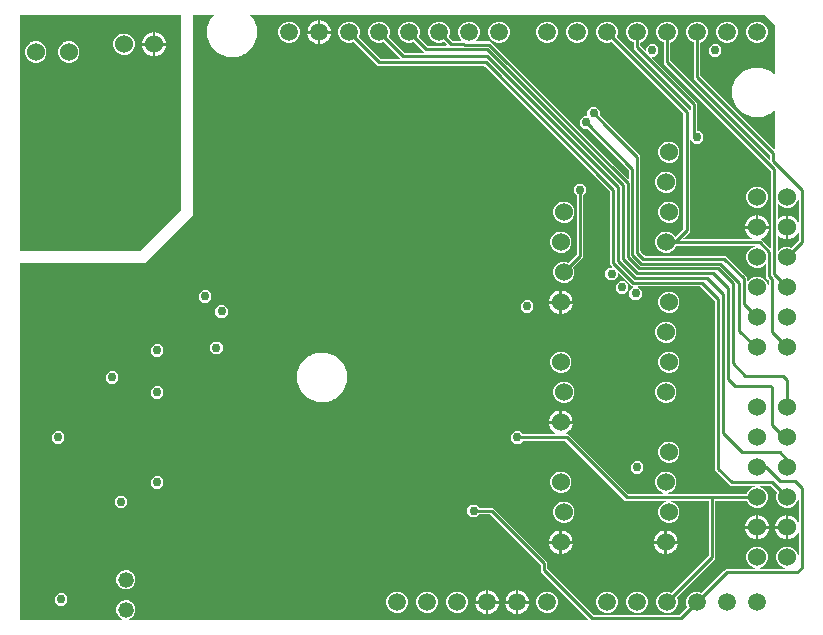
<source format=gbr>
G04 EAGLE Gerber RS-274X export*
G75*
%MOMM*%
%FSLAX34Y34*%
%LPD*%
%INEAGLE Copper Layer 15*%
%IPPOS*%
%AMOC8*
5,1,8,0,0,1.08239X$1,22.5*%
G01*
%ADD10C,1.508000*%
%ADD11C,1.524000*%
%ADD12C,1.320800*%
%ADD13C,0.756400*%
%ADD14C,0.254000*%

G36*
X97081Y10542D02*
X97081Y10542D01*
X97082Y10542D01*
X97177Y10561D01*
X97276Y10581D01*
X97277Y10582D01*
X97278Y10582D01*
X97359Y10638D01*
X97442Y10694D01*
X97442Y10695D01*
X97443Y10696D01*
X97498Y10781D01*
X97551Y10862D01*
X97551Y10863D01*
X97552Y10864D01*
X97569Y10963D01*
X97586Y11059D01*
X97586Y11061D01*
X97586Y11062D01*
X97564Y11158D01*
X97543Y11255D01*
X97542Y11256D01*
X97542Y11257D01*
X97484Y11338D01*
X97427Y11418D01*
X97426Y11419D01*
X97425Y11420D01*
X97273Y11518D01*
X95725Y12159D01*
X93439Y14445D01*
X92201Y17433D01*
X92201Y20667D01*
X93439Y23655D01*
X95725Y25941D01*
X96606Y26306D01*
X97831Y26813D01*
X98713Y27179D01*
X101947Y27179D01*
X104935Y25941D01*
X107221Y23655D01*
X108459Y20667D01*
X108459Y17433D01*
X107221Y14445D01*
X104935Y12159D01*
X104609Y12024D01*
X103387Y11518D01*
X103386Y11517D01*
X103384Y11517D01*
X103301Y11460D01*
X103220Y11406D01*
X103219Y11405D01*
X103218Y11404D01*
X103166Y11323D01*
X103110Y11238D01*
X103110Y11237D01*
X103109Y11236D01*
X103092Y11139D01*
X103074Y11041D01*
X103074Y11040D01*
X103074Y11039D01*
X103096Y10940D01*
X103116Y10845D01*
X103117Y10844D01*
X103117Y10843D01*
X103176Y10761D01*
X103231Y10681D01*
X103232Y10681D01*
X103233Y10680D01*
X103318Y10627D01*
X103401Y10575D01*
X103402Y10574D01*
X103403Y10574D01*
X103581Y10542D01*
X491392Y10542D01*
X491395Y10542D01*
X491397Y10542D01*
X491492Y10562D01*
X491589Y10581D01*
X491591Y10583D01*
X491594Y10583D01*
X491674Y10639D01*
X491755Y10694D01*
X491756Y10696D01*
X491758Y10698D01*
X491811Y10781D01*
X491864Y10862D01*
X491864Y10865D01*
X491866Y10867D01*
X491882Y10963D01*
X491899Y11059D01*
X491899Y11062D01*
X491899Y11064D01*
X491877Y11158D01*
X491856Y11255D01*
X491854Y11257D01*
X491854Y11260D01*
X491751Y11408D01*
X453651Y49508D01*
X451865Y51293D01*
X451865Y57052D01*
X451864Y57060D01*
X451865Y57068D01*
X451844Y57158D01*
X451826Y57249D01*
X451821Y57255D01*
X451819Y57263D01*
X451717Y57411D01*
X409201Y99927D01*
X409194Y99931D01*
X409190Y99937D01*
X409111Y99986D01*
X409034Y100038D01*
X409026Y100039D01*
X409020Y100043D01*
X408842Y100075D01*
X399890Y100075D01*
X399882Y100074D01*
X399875Y100075D01*
X399785Y100054D01*
X399694Y100036D01*
X399687Y100031D01*
X399680Y100029D01*
X399532Y99927D01*
X397168Y97563D01*
X392772Y97563D01*
X389663Y100672D01*
X389663Y105068D01*
X392772Y108177D01*
X397168Y108177D01*
X399532Y105813D01*
X399538Y105809D01*
X399543Y105803D01*
X399621Y105754D01*
X399699Y105702D01*
X399706Y105701D01*
X399713Y105697D01*
X399890Y105665D01*
X411368Y105665D01*
X455669Y61363D01*
X457455Y59578D01*
X457455Y53819D01*
X457456Y53811D01*
X457455Y53803D01*
X457476Y53713D01*
X457494Y53622D01*
X457499Y53616D01*
X457501Y53608D01*
X457603Y53460D01*
X496309Y14754D01*
X496316Y14750D01*
X496320Y14744D01*
X496399Y14695D01*
X496476Y14643D01*
X496484Y14642D01*
X496490Y14638D01*
X496668Y14606D01*
X569243Y14606D01*
X569251Y14607D01*
X569259Y14606D01*
X569349Y14627D01*
X569440Y14645D01*
X569446Y14650D01*
X569454Y14652D01*
X569602Y14754D01*
X575865Y21017D01*
X575869Y21023D01*
X575874Y21026D01*
X575923Y21105D01*
X575976Y21184D01*
X575977Y21191D01*
X575981Y21196D01*
X575996Y21289D01*
X576013Y21381D01*
X576012Y21387D01*
X576013Y21394D01*
X575975Y21570D01*
X575135Y23597D01*
X575135Y27203D01*
X576515Y30535D01*
X579065Y33085D01*
X579845Y33408D01*
X581069Y33915D01*
X582294Y34422D01*
X582397Y34465D01*
X586003Y34465D01*
X588030Y33625D01*
X588036Y33624D01*
X588042Y33620D01*
X588135Y33605D01*
X588227Y33587D01*
X588233Y33588D01*
X588240Y33587D01*
X588331Y33608D01*
X588423Y33627D01*
X588428Y33631D01*
X588435Y33632D01*
X588583Y33735D01*
X606657Y51809D01*
X608442Y53595D01*
X632467Y53595D01*
X632468Y53595D01*
X632470Y53595D01*
X632565Y53614D01*
X632664Y53634D01*
X632665Y53635D01*
X632666Y53635D01*
X632746Y53691D01*
X632829Y53747D01*
X632830Y53748D01*
X632831Y53749D01*
X632886Y53834D01*
X632939Y53915D01*
X632939Y53916D01*
X632940Y53917D01*
X632957Y54016D01*
X632974Y54112D01*
X632974Y54114D01*
X632974Y54115D01*
X632952Y54211D01*
X632931Y54308D01*
X632930Y54309D01*
X632930Y54310D01*
X632872Y54391D01*
X632815Y54471D01*
X632813Y54472D01*
X632813Y54473D01*
X632661Y54571D01*
X629820Y55747D01*
X627247Y58320D01*
X625855Y61681D01*
X625855Y65319D01*
X627247Y68680D01*
X629820Y71253D01*
X630300Y71451D01*
X631524Y71959D01*
X631525Y71959D01*
X632749Y72466D01*
X633181Y72645D01*
X636819Y72645D01*
X640180Y71253D01*
X642753Y68680D01*
X644145Y65319D01*
X644145Y61681D01*
X642753Y58320D01*
X640180Y55747D01*
X639939Y55647D01*
X639938Y55647D01*
X638714Y55140D01*
X637489Y54633D01*
X637339Y54571D01*
X637338Y54570D01*
X637336Y54570D01*
X637254Y54513D01*
X637172Y54459D01*
X637172Y54458D01*
X637171Y54457D01*
X637118Y54376D01*
X637062Y54291D01*
X637062Y54290D01*
X637061Y54289D01*
X637044Y54192D01*
X637026Y54094D01*
X637026Y54093D01*
X637026Y54092D01*
X637048Y53993D01*
X637068Y53898D01*
X637069Y53897D01*
X637069Y53896D01*
X637127Y53815D01*
X637184Y53734D01*
X637185Y53734D01*
X637185Y53733D01*
X637270Y53680D01*
X637353Y53628D01*
X637355Y53627D01*
X637356Y53627D01*
X637533Y53595D01*
X657867Y53595D01*
X657868Y53595D01*
X657870Y53595D01*
X657965Y53614D01*
X658064Y53634D01*
X658065Y53635D01*
X658066Y53635D01*
X658146Y53691D01*
X658229Y53747D01*
X658230Y53748D01*
X658231Y53749D01*
X658286Y53834D01*
X658339Y53915D01*
X658339Y53916D01*
X658340Y53917D01*
X658357Y54016D01*
X658374Y54112D01*
X658374Y54114D01*
X658374Y54115D01*
X658352Y54211D01*
X658331Y54308D01*
X658330Y54309D01*
X658330Y54310D01*
X658272Y54391D01*
X658215Y54471D01*
X658213Y54472D01*
X658213Y54473D01*
X658061Y54571D01*
X655220Y55747D01*
X652647Y58320D01*
X651255Y61681D01*
X651255Y65319D01*
X652647Y68680D01*
X655220Y71253D01*
X655700Y71451D01*
X656924Y71959D01*
X656925Y71959D01*
X658149Y72466D01*
X658581Y72645D01*
X662219Y72645D01*
X665580Y71253D01*
X668153Y68680D01*
X669329Y65839D01*
X669330Y65838D01*
X669330Y65836D01*
X669387Y65754D01*
X669441Y65672D01*
X669442Y65672D01*
X669443Y65671D01*
X669524Y65618D01*
X669609Y65562D01*
X669610Y65562D01*
X669611Y65561D01*
X669708Y65544D01*
X669806Y65526D01*
X669807Y65526D01*
X669808Y65526D01*
X669907Y65548D01*
X670002Y65568D01*
X670003Y65569D01*
X670004Y65569D01*
X670085Y65627D01*
X670166Y65684D01*
X670166Y65685D01*
X670167Y65685D01*
X670220Y65770D01*
X670272Y65853D01*
X670273Y65855D01*
X670273Y65856D01*
X670305Y66033D01*
X670305Y83846D01*
X670289Y83927D01*
X670279Y84008D01*
X670269Y84024D01*
X670266Y84043D01*
X670220Y84111D01*
X670179Y84182D01*
X670164Y84193D01*
X670153Y84209D01*
X670084Y84253D01*
X670019Y84303D01*
X670001Y84308D01*
X669985Y84318D01*
X669904Y84333D01*
X669825Y84353D01*
X669806Y84350D01*
X669788Y84354D01*
X669707Y84336D01*
X669627Y84324D01*
X669611Y84314D01*
X669592Y84310D01*
X669525Y84263D01*
X669455Y84220D01*
X669443Y84204D01*
X669429Y84194D01*
X669399Y84146D01*
X669346Y84077D01*
X669090Y83575D01*
X668150Y82281D01*
X667019Y81150D01*
X665725Y80210D01*
X664300Y79484D01*
X662779Y78989D01*
X661415Y78773D01*
X661415Y88392D01*
X661414Y88397D01*
X661415Y88402D01*
X661394Y88495D01*
X661376Y88588D01*
X661373Y88593D01*
X661372Y88598D01*
X661316Y88676D01*
X661263Y88754D01*
X661259Y88757D01*
X661256Y88761D01*
X661174Y88812D01*
X661095Y88863D01*
X661090Y88864D01*
X661085Y88867D01*
X660908Y88899D01*
X660399Y88899D01*
X660399Y88901D01*
X660908Y88901D01*
X660913Y88902D01*
X660918Y88901D01*
X661011Y88922D01*
X661104Y88940D01*
X661109Y88943D01*
X661114Y88945D01*
X661192Y89000D01*
X661270Y89053D01*
X661273Y89058D01*
X661277Y89061D01*
X661328Y89142D01*
X661379Y89221D01*
X661380Y89226D01*
X661383Y89231D01*
X661415Y89408D01*
X661415Y99027D01*
X662779Y98811D01*
X664300Y98316D01*
X665725Y97590D01*
X667019Y96650D01*
X668150Y95519D01*
X669090Y94225D01*
X669346Y93723D01*
X669397Y93659D01*
X669443Y93591D01*
X669459Y93581D01*
X669471Y93566D01*
X669542Y93527D01*
X669611Y93482D01*
X669630Y93479D01*
X669646Y93470D01*
X669728Y93461D01*
X669808Y93446D01*
X669827Y93451D01*
X669846Y93449D01*
X669924Y93472D01*
X670004Y93490D01*
X670019Y93501D01*
X670037Y93506D01*
X670101Y93559D01*
X670167Y93606D01*
X670177Y93622D01*
X670192Y93634D01*
X670230Y93707D01*
X670273Y93776D01*
X670277Y93796D01*
X670285Y93812D01*
X670290Y93868D01*
X670305Y93954D01*
X670305Y111767D01*
X670305Y111768D01*
X670305Y111770D01*
X670286Y111865D01*
X670266Y111964D01*
X670265Y111965D01*
X670265Y111966D01*
X670209Y112046D01*
X670153Y112129D01*
X670152Y112130D01*
X670151Y112131D01*
X670066Y112186D01*
X669985Y112239D01*
X669984Y112239D01*
X669983Y112240D01*
X669884Y112257D01*
X669788Y112274D01*
X669786Y112274D01*
X669785Y112274D01*
X669689Y112252D01*
X669592Y112231D01*
X669591Y112230D01*
X669590Y112230D01*
X669509Y112172D01*
X669429Y112115D01*
X669428Y112113D01*
X669427Y112113D01*
X669329Y111961D01*
X668153Y109120D01*
X665580Y106547D01*
X665157Y106372D01*
X663933Y105865D01*
X662708Y105358D01*
X662219Y105155D01*
X658581Y105155D01*
X655220Y106547D01*
X652647Y109120D01*
X651255Y112481D01*
X651255Y116119D01*
X652114Y118191D01*
X652115Y118198D01*
X652118Y118203D01*
X652134Y118296D01*
X652152Y118388D01*
X652151Y118394D01*
X652152Y118401D01*
X652131Y118492D01*
X652112Y118584D01*
X652108Y118590D01*
X652106Y118596D01*
X652004Y118744D01*
X646691Y124057D01*
X646684Y124061D01*
X646680Y124067D01*
X646601Y124116D01*
X646524Y124168D01*
X646516Y124169D01*
X646510Y124173D01*
X646332Y124205D01*
X637533Y124205D01*
X637532Y124205D01*
X637530Y124205D01*
X637435Y124186D01*
X637336Y124166D01*
X637335Y124165D01*
X637334Y124165D01*
X637254Y124109D01*
X637171Y124053D01*
X637170Y124052D01*
X637169Y124051D01*
X637114Y123966D01*
X637061Y123885D01*
X637061Y123884D01*
X637060Y123883D01*
X637043Y123784D01*
X637026Y123688D01*
X637026Y123686D01*
X637026Y123685D01*
X637048Y123589D01*
X637069Y123492D01*
X637070Y123491D01*
X637070Y123490D01*
X637128Y123409D01*
X637185Y123329D01*
X637187Y123328D01*
X637187Y123327D01*
X637339Y123229D01*
X640180Y122053D01*
X642753Y119480D01*
X644145Y116119D01*
X644145Y112481D01*
X642753Y109120D01*
X640180Y106547D01*
X639757Y106372D01*
X638533Y105865D01*
X637308Y105358D01*
X636819Y105155D01*
X633181Y105155D01*
X629820Y106547D01*
X627247Y109120D01*
X626389Y111192D01*
X626386Y111198D01*
X626384Y111204D01*
X626329Y111281D01*
X626277Y111359D01*
X626272Y111362D01*
X626268Y111367D01*
X626188Y111417D01*
X626110Y111469D01*
X626103Y111470D01*
X626098Y111473D01*
X625921Y111505D01*
X600202Y111505D01*
X600197Y111504D01*
X600192Y111505D01*
X600099Y111484D01*
X600005Y111466D01*
X600001Y111463D01*
X599996Y111462D01*
X599918Y111406D01*
X599840Y111353D01*
X599837Y111349D01*
X599833Y111346D01*
X599782Y111264D01*
X599730Y111185D01*
X599730Y111180D01*
X599727Y111175D01*
X599695Y110998D01*
X599695Y62342D01*
X597909Y60557D01*
X567135Y29783D01*
X567131Y29777D01*
X567126Y29774D01*
X567076Y29694D01*
X567024Y29616D01*
X567023Y29609D01*
X567019Y29604D01*
X567004Y29511D01*
X566987Y29419D01*
X566988Y29413D01*
X566987Y29406D01*
X567025Y29230D01*
X567865Y27203D01*
X567865Y23597D01*
X566485Y20265D01*
X563935Y17715D01*
X563665Y17604D01*
X562441Y17096D01*
X562440Y17096D01*
X561216Y16589D01*
X560603Y16335D01*
X556997Y16335D01*
X553665Y17715D01*
X551115Y20265D01*
X549735Y23597D01*
X549735Y27203D01*
X551115Y30535D01*
X553665Y33085D01*
X554445Y33408D01*
X555669Y33915D01*
X556894Y34422D01*
X556997Y34465D01*
X560603Y34465D01*
X562630Y33625D01*
X562636Y33624D01*
X562642Y33620D01*
X562735Y33605D01*
X562827Y33587D01*
X562833Y33588D01*
X562840Y33587D01*
X562931Y33608D01*
X563023Y33627D01*
X563028Y33631D01*
X563035Y33632D01*
X563183Y33735D01*
X593957Y64509D01*
X593961Y64516D01*
X593967Y64520D01*
X594016Y64599D01*
X594068Y64676D01*
X594069Y64684D01*
X594073Y64690D01*
X594105Y64868D01*
X594105Y110998D01*
X594104Y111003D01*
X594105Y111008D01*
X594084Y111101D01*
X594066Y111195D01*
X594063Y111199D01*
X594062Y111204D01*
X594006Y111282D01*
X593953Y111360D01*
X593949Y111363D01*
X593946Y111367D01*
X593864Y111418D01*
X593785Y111470D01*
X593780Y111470D01*
X593775Y111473D01*
X593598Y111505D01*
X562603Y111505D01*
X562602Y111505D01*
X562600Y111505D01*
X562505Y111486D01*
X562407Y111466D01*
X562405Y111465D01*
X562404Y111465D01*
X562324Y111409D01*
X562241Y111353D01*
X562240Y111352D01*
X562239Y111351D01*
X562184Y111266D01*
X562131Y111185D01*
X562131Y111184D01*
X562131Y111183D01*
X562113Y111084D01*
X562096Y110988D01*
X562096Y110986D01*
X562096Y110985D01*
X562118Y110889D01*
X562139Y110792D01*
X562140Y110791D01*
X562141Y110790D01*
X562198Y110709D01*
X562255Y110629D01*
X562257Y110628D01*
X562257Y110627D01*
X562409Y110529D01*
X565250Y109353D01*
X567823Y106780D01*
X569215Y103419D01*
X569215Y99781D01*
X567823Y96420D01*
X565250Y93847D01*
X564873Y93691D01*
X563648Y93184D01*
X562424Y92677D01*
X562423Y92677D01*
X561889Y92455D01*
X558251Y92455D01*
X554890Y93847D01*
X552317Y96420D01*
X550925Y99781D01*
X550925Y103419D01*
X552317Y106780D01*
X554890Y109353D01*
X555234Y109495D01*
X556459Y110002D01*
X557683Y110510D01*
X557731Y110529D01*
X557732Y110530D01*
X557733Y110530D01*
X557816Y110587D01*
X557897Y110641D01*
X557898Y110642D01*
X557899Y110643D01*
X557952Y110724D01*
X558008Y110809D01*
X558008Y110810D01*
X558009Y110811D01*
X558026Y110908D01*
X558044Y111006D01*
X558044Y111007D01*
X558044Y111008D01*
X558022Y111107D01*
X558002Y111202D01*
X558001Y111203D01*
X558001Y111204D01*
X557943Y111285D01*
X557886Y111366D01*
X557885Y111366D01*
X557885Y111367D01*
X557800Y111420D01*
X557717Y111472D01*
X557715Y111473D01*
X557714Y111473D01*
X557537Y111505D01*
X523352Y111505D01*
X472701Y162157D01*
X472694Y162161D01*
X472690Y162167D01*
X472611Y162216D01*
X472534Y162268D01*
X472526Y162269D01*
X472520Y162273D01*
X472342Y162305D01*
X436720Y162305D01*
X436712Y162304D01*
X436705Y162305D01*
X436615Y162284D01*
X436524Y162266D01*
X436517Y162261D01*
X436510Y162259D01*
X436362Y162157D01*
X433998Y159793D01*
X429602Y159793D01*
X426493Y162902D01*
X426493Y167298D01*
X429602Y170407D01*
X433998Y170407D01*
X436362Y168043D01*
X436368Y168039D01*
X436373Y168033D01*
X436451Y167984D01*
X436529Y167932D01*
X436536Y167931D01*
X436543Y167927D01*
X436720Y167895D01*
X463576Y167895D01*
X463657Y167911D01*
X463738Y167921D01*
X463754Y167931D01*
X463773Y167934D01*
X463841Y167980D01*
X463912Y168021D01*
X463923Y168036D01*
X463939Y168047D01*
X463983Y168116D01*
X464033Y168181D01*
X464038Y168199D01*
X464048Y168215D01*
X464063Y168296D01*
X464083Y168375D01*
X464080Y168394D01*
X464084Y168412D01*
X464066Y168493D01*
X464054Y168573D01*
X464044Y168589D01*
X464040Y168608D01*
X463993Y168675D01*
X463950Y168745D01*
X463934Y168757D01*
X463924Y168771D01*
X463876Y168801D01*
X463807Y168854D01*
X463305Y169110D01*
X462011Y170050D01*
X460880Y171181D01*
X459940Y172475D01*
X459214Y173900D01*
X458719Y175421D01*
X458503Y176785D01*
X468122Y176785D01*
X468127Y176786D01*
X468132Y176785D01*
X468225Y176806D01*
X468318Y176824D01*
X468323Y176827D01*
X468328Y176828D01*
X468406Y176884D01*
X468484Y176937D01*
X468487Y176941D01*
X468491Y176944D01*
X468542Y177026D01*
X468593Y177105D01*
X468594Y177110D01*
X468597Y177115D01*
X468629Y177292D01*
X468629Y177801D01*
X468631Y177801D01*
X468631Y177292D01*
X468632Y177287D01*
X468631Y177282D01*
X468652Y177189D01*
X468670Y177096D01*
X468673Y177091D01*
X468675Y177086D01*
X468730Y177008D01*
X468783Y176930D01*
X468788Y176927D01*
X468791Y176923D01*
X468872Y176872D01*
X468951Y176820D01*
X468956Y176820D01*
X468961Y176817D01*
X469138Y176785D01*
X478757Y176785D01*
X478541Y175421D01*
X478046Y173900D01*
X477320Y172475D01*
X476380Y171181D01*
X475249Y170050D01*
X473955Y169110D01*
X473453Y168854D01*
X473389Y168803D01*
X473321Y168757D01*
X473311Y168741D01*
X473296Y168729D01*
X473257Y168658D01*
X473212Y168589D01*
X473209Y168570D01*
X473200Y168554D01*
X473191Y168472D01*
X473176Y168392D01*
X473181Y168373D01*
X473179Y168354D01*
X473202Y168276D01*
X473220Y168196D01*
X473231Y168181D01*
X473236Y168163D01*
X473289Y168099D01*
X473336Y168033D01*
X473352Y168023D01*
X473364Y168008D01*
X473437Y167970D01*
X473506Y167927D01*
X473526Y167923D01*
X473542Y167915D01*
X473598Y167910D01*
X473684Y167895D01*
X474868Y167895D01*
X525519Y117243D01*
X525526Y117239D01*
X525530Y117233D01*
X525609Y117184D01*
X525686Y117132D01*
X525694Y117131D01*
X525700Y117127D01*
X525878Y117095D01*
X554997Y117095D01*
X554998Y117095D01*
X555000Y117095D01*
X555095Y117114D01*
X555194Y117134D01*
X555195Y117135D01*
X555196Y117135D01*
X555276Y117191D01*
X555359Y117247D01*
X555360Y117248D01*
X555361Y117249D01*
X555416Y117334D01*
X555469Y117415D01*
X555469Y117416D01*
X555470Y117417D01*
X555487Y117516D01*
X555504Y117612D01*
X555504Y117614D01*
X555504Y117615D01*
X555483Y117709D01*
X555461Y117808D01*
X555460Y117809D01*
X555460Y117810D01*
X555402Y117891D01*
X555345Y117971D01*
X555343Y117972D01*
X555343Y117973D01*
X555191Y118071D01*
X552350Y119247D01*
X549777Y121820D01*
X548385Y125181D01*
X548385Y128819D01*
X549777Y132180D01*
X552350Y134753D01*
X552603Y134858D01*
X552604Y134858D01*
X553828Y135365D01*
X555053Y135872D01*
X555711Y136145D01*
X559349Y136145D01*
X562710Y134753D01*
X565283Y132180D01*
X566675Y128819D01*
X566675Y125181D01*
X565283Y121820D01*
X562710Y119247D01*
X562242Y119054D01*
X561018Y118546D01*
X561017Y118546D01*
X559869Y118071D01*
X559868Y118070D01*
X559866Y118070D01*
X559784Y118013D01*
X559702Y117959D01*
X559702Y117958D01*
X559701Y117957D01*
X559648Y117876D01*
X559592Y117791D01*
X559592Y117790D01*
X559591Y117789D01*
X559574Y117692D01*
X559556Y117594D01*
X559556Y117593D01*
X559556Y117592D01*
X559578Y117493D01*
X559598Y117398D01*
X559599Y117397D01*
X559599Y117396D01*
X559657Y117315D01*
X559714Y117234D01*
X559715Y117234D01*
X559715Y117233D01*
X559800Y117180D01*
X559883Y117128D01*
X559885Y117127D01*
X559886Y117127D01*
X560063Y117095D01*
X625921Y117095D01*
X625927Y117096D01*
X625933Y117095D01*
X626025Y117116D01*
X626117Y117134D01*
X626122Y117138D01*
X626129Y117139D01*
X626205Y117194D01*
X626283Y117247D01*
X626286Y117252D01*
X626292Y117256D01*
X626389Y117408D01*
X627247Y119480D01*
X629820Y122053D01*
X630119Y122176D01*
X631343Y122684D01*
X631344Y122684D01*
X632568Y123191D01*
X632661Y123229D01*
X632662Y123230D01*
X632664Y123230D01*
X632746Y123287D01*
X632828Y123341D01*
X632828Y123342D01*
X632829Y123343D01*
X632882Y123424D01*
X632938Y123509D01*
X632938Y123510D01*
X632939Y123511D01*
X632956Y123608D01*
X632974Y123706D01*
X632974Y123707D01*
X632974Y123708D01*
X632952Y123807D01*
X632932Y123902D01*
X632931Y123903D01*
X632931Y123904D01*
X632873Y123985D01*
X632816Y124066D01*
X632815Y124066D01*
X632815Y124067D01*
X632730Y124120D01*
X632647Y124172D01*
X632645Y124173D01*
X632644Y124173D01*
X632467Y124205D01*
X612252Y124205D01*
X599185Y137272D01*
X599185Y280572D01*
X599184Y280580D01*
X599185Y280588D01*
X599164Y280678D01*
X599146Y280769D01*
X599141Y280775D01*
X599139Y280783D01*
X599037Y280931D01*
X587001Y292967D01*
X586994Y292971D01*
X586990Y292977D01*
X586911Y293026D01*
X586834Y293078D01*
X586826Y293079D01*
X586820Y293083D01*
X586642Y293115D01*
X534764Y293115D01*
X534762Y293115D01*
X534759Y293115D01*
X534664Y293095D01*
X534568Y293076D01*
X534565Y293074D01*
X534563Y293074D01*
X534482Y293018D01*
X534402Y292963D01*
X534400Y292961D01*
X534398Y292959D01*
X534345Y292876D01*
X534293Y292795D01*
X534292Y292792D01*
X534291Y292790D01*
X534274Y292694D01*
X534257Y292598D01*
X534258Y292595D01*
X534257Y292593D01*
X534279Y292499D01*
X534301Y292402D01*
X534302Y292400D01*
X534303Y292397D01*
X534405Y292249D01*
X537437Y289218D01*
X537437Y284822D01*
X534328Y281713D01*
X529932Y281713D01*
X526823Y284822D01*
X526823Y289218D01*
X529855Y292249D01*
X529856Y292252D01*
X529858Y292253D01*
X529911Y292334D01*
X529965Y292416D01*
X529966Y292419D01*
X529967Y292421D01*
X529985Y292517D01*
X530003Y292613D01*
X530003Y292616D01*
X530003Y292618D01*
X529982Y292715D01*
X529961Y292809D01*
X529960Y292811D01*
X529959Y292814D01*
X529903Y292893D01*
X529847Y292974D01*
X529845Y292975D01*
X529843Y292977D01*
X529761Y293029D01*
X529678Y293081D01*
X529675Y293082D01*
X529673Y293083D01*
X529496Y293115D01*
X528906Y293115D01*
X527120Y294901D01*
X517983Y304038D01*
X517980Y304040D01*
X517979Y304042D01*
X517898Y304094D01*
X517816Y304149D01*
X517813Y304150D01*
X517811Y304151D01*
X517715Y304168D01*
X517619Y304187D01*
X517616Y304186D01*
X517614Y304187D01*
X517517Y304165D01*
X517423Y304145D01*
X517421Y304144D01*
X517418Y304143D01*
X517338Y304086D01*
X517258Y304031D01*
X517257Y304029D01*
X517255Y304027D01*
X517203Y303944D01*
X517151Y303862D01*
X517150Y303859D01*
X517149Y303857D01*
X517117Y303679D01*
X517117Y301332D01*
X514008Y298223D01*
X509612Y298223D01*
X506503Y301332D01*
X506503Y305728D01*
X509612Y308837D01*
X511959Y308837D01*
X511962Y308837D01*
X511965Y308837D01*
X512059Y308857D01*
X512156Y308876D01*
X512158Y308878D01*
X512161Y308878D01*
X512241Y308934D01*
X512322Y308989D01*
X512323Y308991D01*
X512325Y308993D01*
X512378Y309076D01*
X512431Y309157D01*
X512431Y309160D01*
X512433Y309162D01*
X512449Y309258D01*
X512467Y309354D01*
X512466Y309357D01*
X512466Y309359D01*
X512445Y309453D01*
X512423Y309550D01*
X512421Y309552D01*
X512421Y309555D01*
X512318Y309703D01*
X512071Y309950D01*
X510285Y311736D01*
X510285Y373282D01*
X510284Y373290D01*
X510285Y373298D01*
X510264Y373388D01*
X510246Y373479D01*
X510241Y373485D01*
X510239Y373493D01*
X510137Y373641D01*
X404121Y479657D01*
X404114Y479661D01*
X404110Y479667D01*
X404031Y479716D01*
X403954Y479768D01*
X403946Y479769D01*
X403940Y479773D01*
X403762Y479805D01*
X313802Y479805D01*
X312017Y481591D01*
X293943Y499665D01*
X293937Y499669D01*
X293934Y499674D01*
X293854Y499724D01*
X293776Y499776D01*
X293769Y499777D01*
X293764Y499781D01*
X293671Y499796D01*
X293579Y499813D01*
X293573Y499812D01*
X293566Y499813D01*
X293390Y499775D01*
X292705Y499491D01*
X291481Y498984D01*
X291480Y498984D01*
X291363Y498935D01*
X287757Y498935D01*
X284425Y500315D01*
X281875Y502865D01*
X280495Y506197D01*
X280495Y509803D01*
X281875Y513135D01*
X284425Y515685D01*
X284709Y515802D01*
X285934Y516310D01*
X287158Y516817D01*
X287159Y516817D01*
X287757Y517065D01*
X291363Y517065D01*
X294695Y515685D01*
X297245Y513135D01*
X298625Y509803D01*
X298625Y506197D01*
X297785Y504170D01*
X297784Y504164D01*
X297780Y504158D01*
X297765Y504065D01*
X297747Y503973D01*
X297748Y503967D01*
X297747Y503960D01*
X297768Y503869D01*
X297787Y503777D01*
X297791Y503772D01*
X297792Y503765D01*
X297895Y503617D01*
X315969Y485543D01*
X315976Y485539D01*
X315980Y485533D01*
X316059Y485484D01*
X316136Y485432D01*
X316144Y485431D01*
X316150Y485427D01*
X316328Y485395D01*
X332388Y485395D01*
X332391Y485395D01*
X332394Y485395D01*
X332489Y485415D01*
X332585Y485434D01*
X332587Y485436D01*
X332590Y485436D01*
X332669Y485492D01*
X332751Y485547D01*
X332752Y485549D01*
X332754Y485551D01*
X332807Y485634D01*
X332860Y485715D01*
X332860Y485718D01*
X332862Y485720D01*
X332878Y485816D01*
X332895Y485912D01*
X332895Y485915D01*
X332895Y485917D01*
X332874Y486010D01*
X332852Y486108D01*
X332850Y486110D01*
X332850Y486113D01*
X332747Y486261D01*
X332337Y486671D01*
X319343Y499665D01*
X319337Y499669D01*
X319334Y499674D01*
X319254Y499724D01*
X319176Y499776D01*
X319169Y499777D01*
X319164Y499781D01*
X319071Y499796D01*
X318979Y499813D01*
X318973Y499812D01*
X318966Y499813D01*
X318790Y499775D01*
X318105Y499491D01*
X316881Y498984D01*
X316880Y498984D01*
X316763Y498935D01*
X313157Y498935D01*
X309825Y500315D01*
X307275Y502865D01*
X305895Y506197D01*
X305895Y509803D01*
X307275Y513135D01*
X309825Y515685D01*
X310109Y515802D01*
X311334Y516310D01*
X312558Y516817D01*
X312559Y516817D01*
X313157Y517065D01*
X316763Y517065D01*
X320095Y515685D01*
X322645Y513135D01*
X324025Y509803D01*
X324025Y506197D01*
X323185Y504170D01*
X323184Y504164D01*
X323180Y504158D01*
X323165Y504065D01*
X323147Y503973D01*
X323148Y503967D01*
X323147Y503960D01*
X323168Y503869D01*
X323187Y503777D01*
X323191Y503772D01*
X323192Y503765D01*
X323295Y503617D01*
X336289Y490623D01*
X336296Y490619D01*
X336300Y490613D01*
X336379Y490564D01*
X336456Y490512D01*
X336464Y490511D01*
X336470Y490507D01*
X336648Y490475D01*
X352708Y490475D01*
X352711Y490475D01*
X352713Y490475D01*
X352808Y490495D01*
X352905Y490514D01*
X352907Y490516D01*
X352910Y490516D01*
X352990Y490572D01*
X353071Y490627D01*
X353072Y490629D01*
X353074Y490631D01*
X353127Y490714D01*
X353180Y490795D01*
X353180Y490798D01*
X353182Y490800D01*
X353198Y490895D01*
X353215Y490992D01*
X353215Y490995D01*
X353215Y490997D01*
X353193Y491092D01*
X353172Y491188D01*
X353170Y491190D01*
X353170Y491193D01*
X353067Y491341D01*
X351387Y493021D01*
X344743Y499665D01*
X344737Y499669D01*
X344734Y499674D01*
X344654Y499724D01*
X344576Y499776D01*
X344569Y499777D01*
X344564Y499781D01*
X344471Y499796D01*
X344379Y499813D01*
X344373Y499812D01*
X344366Y499813D01*
X344190Y499775D01*
X343505Y499491D01*
X342281Y498984D01*
X342280Y498984D01*
X342163Y498935D01*
X338557Y498935D01*
X335225Y500315D01*
X332675Y502865D01*
X331295Y506197D01*
X331295Y509803D01*
X332675Y513135D01*
X335225Y515685D01*
X335509Y515802D01*
X336734Y516310D01*
X337958Y516817D01*
X337959Y516817D01*
X338557Y517065D01*
X342163Y517065D01*
X345495Y515685D01*
X348045Y513135D01*
X349425Y509803D01*
X349425Y506197D01*
X348585Y504170D01*
X348584Y504164D01*
X348580Y504158D01*
X348565Y504065D01*
X348547Y503973D01*
X348548Y503967D01*
X348547Y503960D01*
X348568Y503869D01*
X348587Y503777D01*
X348591Y503772D01*
X348592Y503765D01*
X348695Y503617D01*
X355339Y496973D01*
X355346Y496969D01*
X355350Y496963D01*
X355429Y496914D01*
X355506Y496862D01*
X355514Y496861D01*
X355520Y496857D01*
X355698Y496825D01*
X371758Y496825D01*
X371761Y496825D01*
X371763Y496825D01*
X371858Y496845D01*
X371955Y496864D01*
X371957Y496866D01*
X371960Y496866D01*
X372040Y496922D01*
X372121Y496977D01*
X372122Y496979D01*
X372124Y496981D01*
X372177Y497064D01*
X372230Y497145D01*
X372230Y497148D01*
X372232Y497150D01*
X372248Y497246D01*
X372265Y497342D01*
X372265Y497345D01*
X372265Y497347D01*
X372243Y497441D01*
X372222Y497538D01*
X372220Y497540D01*
X372220Y497543D01*
X372117Y497691D01*
X370143Y499665D01*
X370137Y499669D01*
X370134Y499674D01*
X370054Y499724D01*
X369976Y499776D01*
X369969Y499777D01*
X369964Y499781D01*
X369871Y499796D01*
X369779Y499813D01*
X369773Y499812D01*
X369766Y499813D01*
X369590Y499775D01*
X368905Y499491D01*
X367681Y498984D01*
X367680Y498984D01*
X367563Y498935D01*
X363957Y498935D01*
X360625Y500315D01*
X358075Y502865D01*
X356695Y506197D01*
X356695Y509803D01*
X358075Y513135D01*
X360625Y515685D01*
X360909Y515802D01*
X362134Y516310D01*
X363358Y516817D01*
X363359Y516817D01*
X363957Y517065D01*
X367563Y517065D01*
X370895Y515685D01*
X373445Y513135D01*
X374825Y509803D01*
X374825Y506197D01*
X373985Y504170D01*
X373984Y504164D01*
X373980Y504158D01*
X373965Y504065D01*
X373947Y503973D01*
X373948Y503967D01*
X373947Y503960D01*
X373968Y503869D01*
X373987Y503777D01*
X373991Y503772D01*
X373992Y503765D01*
X374095Y503617D01*
X376675Y501037D01*
X376682Y501033D01*
X376686Y501027D01*
X376765Y500978D01*
X376842Y500926D01*
X376850Y500925D01*
X376856Y500921D01*
X377034Y500889D01*
X384227Y500889D01*
X384230Y500889D01*
X384232Y500889D01*
X384327Y500909D01*
X384424Y500928D01*
X384426Y500930D01*
X384428Y500930D01*
X384509Y500986D01*
X384590Y501041D01*
X384591Y501043D01*
X384593Y501045D01*
X384646Y501128D01*
X384699Y501209D01*
X384699Y501212D01*
X384701Y501214D01*
X384717Y501310D01*
X384734Y501406D01*
X384734Y501409D01*
X384734Y501411D01*
X384712Y501506D01*
X384691Y501602D01*
X384689Y501604D01*
X384689Y501607D01*
X384586Y501755D01*
X383475Y502865D01*
X382095Y506197D01*
X382095Y509803D01*
X383475Y513135D01*
X386025Y515685D01*
X386309Y515802D01*
X387534Y516310D01*
X388758Y516817D01*
X388759Y516817D01*
X389357Y517065D01*
X392963Y517065D01*
X396295Y515685D01*
X398845Y513135D01*
X400225Y509803D01*
X400225Y506197D01*
X398845Y502865D01*
X397306Y501327D01*
X397305Y501324D01*
X397302Y501323D01*
X397250Y501242D01*
X397195Y501160D01*
X397195Y501157D01*
X397193Y501155D01*
X397176Y501059D01*
X397158Y500963D01*
X397158Y500960D01*
X397158Y500958D01*
X397179Y500861D01*
X397199Y500767D01*
X397201Y500765D01*
X397201Y500762D01*
X397258Y500682D01*
X397313Y500602D01*
X397316Y500601D01*
X397317Y500599D01*
X397401Y500546D01*
X397483Y500495D01*
X397485Y500494D01*
X397487Y500493D01*
X397665Y500461D01*
X409066Y500461D01*
X525675Y383852D01*
X525678Y383850D01*
X525679Y383848D01*
X525760Y383796D01*
X525842Y383741D01*
X525845Y383740D01*
X525847Y383739D01*
X525943Y383722D01*
X526039Y383703D01*
X526042Y383704D01*
X526044Y383703D01*
X526141Y383725D01*
X526235Y383745D01*
X526237Y383746D01*
X526240Y383747D01*
X526320Y383803D01*
X526400Y383859D01*
X526401Y383861D01*
X526403Y383863D01*
X526455Y383946D01*
X526507Y384028D01*
X526508Y384031D01*
X526509Y384033D01*
X526541Y384210D01*
X526541Y391316D01*
X526540Y391324D01*
X526541Y391332D01*
X526520Y391422D01*
X526502Y391513D01*
X526497Y391519D01*
X526495Y391527D01*
X526393Y391675D01*
X491723Y426345D01*
X491720Y426347D01*
X491718Y426349D01*
X491715Y426351D01*
X491712Y426355D01*
X491633Y426404D01*
X491556Y426456D01*
X491548Y426457D01*
X491542Y426461D01*
X491364Y426493D01*
X488022Y426493D01*
X484913Y429602D01*
X484913Y433998D01*
X488022Y437107D01*
X490756Y437107D01*
X490761Y437108D01*
X490766Y437107D01*
X490859Y437128D01*
X490953Y437146D01*
X490957Y437149D01*
X490962Y437150D01*
X491040Y437206D01*
X491118Y437259D01*
X491121Y437263D01*
X491125Y437266D01*
X491176Y437348D01*
X491228Y437427D01*
X491228Y437432D01*
X491231Y437437D01*
X491263Y437614D01*
X491263Y441618D01*
X494372Y444727D01*
X498768Y444727D01*
X501877Y441618D01*
X501877Y438276D01*
X501878Y438268D01*
X501877Y438260D01*
X501898Y438170D01*
X501916Y438079D01*
X501921Y438073D01*
X501923Y438065D01*
X502025Y437917D01*
X509038Y430904D01*
X534409Y405533D01*
X536195Y403748D01*
X536195Y322678D01*
X536196Y322670D01*
X536195Y322662D01*
X536216Y322572D01*
X536234Y322481D01*
X536239Y322475D01*
X536241Y322467D01*
X536343Y322319D01*
X539489Y319173D01*
X539496Y319169D01*
X539500Y319163D01*
X539579Y319114D01*
X539656Y319062D01*
X539664Y319061D01*
X539670Y319057D01*
X539848Y319025D01*
X608218Y319025D01*
X610003Y317239D01*
X624579Y302663D01*
X626365Y300878D01*
X626365Y297622D01*
X626365Y297619D01*
X626365Y297617D01*
X626385Y297522D01*
X626404Y297425D01*
X626406Y297423D01*
X626406Y297421D01*
X626462Y297340D01*
X626517Y297260D01*
X626519Y297258D01*
X626521Y297256D01*
X626604Y297203D01*
X626685Y297150D01*
X626688Y297150D01*
X626690Y297148D01*
X626786Y297132D01*
X626882Y297115D01*
X626885Y297115D01*
X626887Y297115D01*
X626981Y297137D01*
X627078Y297158D01*
X627080Y297160D01*
X627083Y297160D01*
X627231Y297263D01*
X629820Y299853D01*
X630710Y300221D01*
X631934Y300728D01*
X633159Y301236D01*
X633181Y301245D01*
X636819Y301245D01*
X640180Y299853D01*
X642753Y297280D01*
X643929Y294439D01*
X643930Y294438D01*
X643930Y294436D01*
X643987Y294353D01*
X644041Y294272D01*
X644042Y294272D01*
X644043Y294271D01*
X644124Y294218D01*
X644209Y294162D01*
X644210Y294162D01*
X644211Y294161D01*
X644308Y294144D01*
X644406Y294126D01*
X644407Y294126D01*
X644408Y294126D01*
X644507Y294148D01*
X644602Y294168D01*
X644603Y294169D01*
X644604Y294169D01*
X644686Y294228D01*
X644766Y294284D01*
X644766Y294285D01*
X644767Y294285D01*
X644820Y294370D01*
X644872Y294453D01*
X644873Y294455D01*
X644873Y294456D01*
X644905Y294633D01*
X644905Y297685D01*
X644904Y297693D01*
X644905Y297700D01*
X644884Y297790D01*
X644866Y297881D01*
X644861Y297888D01*
X644859Y297896D01*
X644757Y298044D01*
X644405Y298395D01*
X642619Y300181D01*
X642619Y310962D01*
X642619Y310965D01*
X642619Y310967D01*
X642599Y311062D01*
X642580Y311159D01*
X642578Y311161D01*
X642578Y311163D01*
X642522Y311244D01*
X642467Y311324D01*
X642465Y311326D01*
X642463Y311328D01*
X642380Y311381D01*
X642299Y311434D01*
X642296Y311434D01*
X642294Y311436D01*
X642198Y311452D01*
X642102Y311469D01*
X642099Y311469D01*
X642097Y311469D01*
X642002Y311447D01*
X641906Y311426D01*
X641904Y311424D01*
X641901Y311424D01*
X641753Y311321D01*
X640180Y309747D01*
X639033Y309272D01*
X637809Y308765D01*
X637808Y308765D01*
X636819Y308355D01*
X633181Y308355D01*
X629820Y309747D01*
X627247Y312320D01*
X625855Y315681D01*
X625855Y319319D01*
X627247Y322680D01*
X629820Y325253D01*
X630619Y325584D01*
X631844Y326091D01*
X632661Y326429D01*
X632662Y326430D01*
X632664Y326430D01*
X632746Y326487D01*
X632828Y326541D01*
X632828Y326542D01*
X632829Y326543D01*
X632882Y326624D01*
X632938Y326709D01*
X632938Y326710D01*
X632939Y326711D01*
X632956Y326808D01*
X632974Y326906D01*
X632974Y326907D01*
X632974Y326908D01*
X632952Y327007D01*
X632932Y327102D01*
X632931Y327103D01*
X632931Y327104D01*
X632873Y327185D01*
X632816Y327266D01*
X632815Y327266D01*
X632815Y327267D01*
X632730Y327320D01*
X632647Y327372D01*
X632645Y327373D01*
X632644Y327373D01*
X632467Y327405D01*
X566609Y327405D01*
X566603Y327404D01*
X566597Y327405D01*
X566505Y327384D01*
X566413Y327366D01*
X566408Y327362D01*
X566401Y327361D01*
X566325Y327306D01*
X566247Y327253D01*
X566244Y327248D01*
X566238Y327244D01*
X566141Y327092D01*
X565283Y325020D01*
X562710Y322447D01*
X561518Y321954D01*
X560293Y321446D01*
X559349Y321055D01*
X555711Y321055D01*
X552350Y322447D01*
X549777Y325020D01*
X548385Y328381D01*
X548385Y332019D01*
X549777Y335380D01*
X552350Y337953D01*
X553104Y338265D01*
X554328Y338772D01*
X554329Y338772D01*
X555553Y339279D01*
X555711Y339345D01*
X559349Y339345D01*
X562710Y337953D01*
X565283Y335380D01*
X565313Y335307D01*
X565315Y335304D01*
X565316Y335300D01*
X565371Y335220D01*
X565425Y335141D01*
X565428Y335138D01*
X565430Y335135D01*
X565512Y335083D01*
X565592Y335031D01*
X565596Y335030D01*
X565599Y335028D01*
X565695Y335011D01*
X565789Y334994D01*
X565793Y334995D01*
X565797Y334994D01*
X565891Y335016D01*
X565985Y335037D01*
X565988Y335039D01*
X565992Y335040D01*
X566140Y335142D01*
X572367Y341369D01*
X572371Y341376D01*
X572377Y341380D01*
X572426Y341459D01*
X572478Y341536D01*
X572479Y341544D01*
X572483Y341550D01*
X572515Y341728D01*
X572515Y439322D01*
X572514Y439330D01*
X572515Y439338D01*
X572494Y439428D01*
X572476Y439519D01*
X572471Y439525D01*
X572469Y439533D01*
X572367Y439681D01*
X512383Y499665D01*
X512377Y499669D01*
X512374Y499674D01*
X512294Y499724D01*
X512216Y499776D01*
X512209Y499777D01*
X512204Y499781D01*
X512111Y499796D01*
X512019Y499813D01*
X512013Y499812D01*
X512006Y499813D01*
X511830Y499775D01*
X511145Y499491D01*
X509921Y498984D01*
X509920Y498984D01*
X509803Y498935D01*
X506197Y498935D01*
X502865Y500315D01*
X500315Y502865D01*
X498935Y506197D01*
X498935Y509803D01*
X500315Y513135D01*
X502865Y515685D01*
X503149Y515802D01*
X504374Y516310D01*
X505598Y516817D01*
X505599Y516817D01*
X506197Y517065D01*
X509803Y517065D01*
X513135Y515685D01*
X515685Y513135D01*
X517065Y509803D01*
X517065Y506197D01*
X516225Y504170D01*
X516224Y504164D01*
X516220Y504158D01*
X516205Y504065D01*
X516187Y503973D01*
X516188Y503967D01*
X516187Y503960D01*
X516208Y503869D01*
X516227Y503777D01*
X516231Y503772D01*
X516232Y503765D01*
X516335Y503617D01*
X576319Y443633D01*
X577999Y441953D01*
X578002Y441952D01*
X578003Y441949D01*
X578084Y441897D01*
X578166Y441842D01*
X578169Y441842D01*
X578171Y441840D01*
X578267Y441823D01*
X578363Y441804D01*
X578366Y441805D01*
X578368Y441805D01*
X578465Y441826D01*
X578559Y441846D01*
X578561Y441848D01*
X578564Y441848D01*
X578644Y441905D01*
X578724Y441960D01*
X578725Y441963D01*
X578727Y441964D01*
X578780Y442048D01*
X578831Y442130D01*
X578832Y442132D01*
X578833Y442134D01*
X578865Y442312D01*
X578865Y445672D01*
X578864Y445680D01*
X578865Y445688D01*
X578844Y445778D01*
X578826Y445869D01*
X578821Y445875D01*
X578819Y445883D01*
X578717Y446031D01*
X530605Y494142D01*
X530605Y499007D01*
X530604Y499014D01*
X530605Y499020D01*
X530584Y499112D01*
X530566Y499204D01*
X530562Y499209D01*
X530561Y499215D01*
X530506Y499292D01*
X530453Y499369D01*
X530448Y499373D01*
X530444Y499378D01*
X530292Y499476D01*
X528265Y500315D01*
X525715Y502865D01*
X524335Y506197D01*
X524335Y509803D01*
X525715Y513135D01*
X528265Y515685D01*
X528549Y515802D01*
X529774Y516310D01*
X530998Y516817D01*
X530999Y516817D01*
X531597Y517065D01*
X535203Y517065D01*
X538535Y515685D01*
X541085Y513135D01*
X542465Y509803D01*
X542465Y506197D01*
X541085Y502865D01*
X538535Y500315D01*
X537770Y499998D01*
X536545Y499491D01*
X536508Y499476D01*
X536502Y499472D01*
X536496Y499471D01*
X536419Y499416D01*
X536341Y499364D01*
X536338Y499358D01*
X536333Y499355D01*
X536283Y499275D01*
X536231Y499196D01*
X536230Y499190D01*
X536227Y499184D01*
X536195Y499007D01*
X536195Y496668D01*
X536196Y496660D01*
X536195Y496652D01*
X536216Y496562D01*
X536234Y496471D01*
X536239Y496465D01*
X536241Y496457D01*
X536343Y496309D01*
X539927Y492725D01*
X539930Y492724D01*
X539931Y492721D01*
X540012Y492669D01*
X540094Y492614D01*
X540097Y492614D01*
X540099Y492612D01*
X540195Y492595D01*
X540291Y492576D01*
X540294Y492577D01*
X540296Y492577D01*
X540393Y492598D01*
X540487Y492618D01*
X540489Y492620D01*
X540492Y492620D01*
X540572Y492677D01*
X540652Y492732D01*
X540653Y492735D01*
X540655Y492736D01*
X540707Y492819D01*
X540759Y492902D01*
X540760Y492904D01*
X540761Y492906D01*
X540793Y493084D01*
X540793Y494958D01*
X543902Y498067D01*
X548298Y498067D01*
X551407Y494958D01*
X551407Y490562D01*
X548298Y487453D01*
X546424Y487453D01*
X546421Y487453D01*
X546419Y487453D01*
X546324Y487433D01*
X546227Y487414D01*
X546225Y487412D01*
X546222Y487412D01*
X546142Y487356D01*
X546061Y487301D01*
X546060Y487299D01*
X546058Y487297D01*
X546005Y487214D01*
X545952Y487133D01*
X545952Y487130D01*
X545950Y487128D01*
X545934Y487032D01*
X545917Y486936D01*
X545917Y486933D01*
X545917Y486931D01*
X545939Y486837D01*
X545960Y486740D01*
X545962Y486738D01*
X545962Y486735D01*
X546065Y486587D01*
X584455Y448198D01*
X584455Y424914D01*
X584456Y424909D01*
X584455Y424904D01*
X584476Y424811D01*
X584494Y424717D01*
X584497Y424713D01*
X584498Y424708D01*
X584554Y424630D01*
X584607Y424552D01*
X584611Y424549D01*
X584614Y424545D01*
X584696Y424494D01*
X584775Y424442D01*
X584780Y424442D01*
X584785Y424439D01*
X584962Y424407D01*
X586398Y424407D01*
X589507Y421298D01*
X589507Y416902D01*
X586398Y413793D01*
X582002Y413793D01*
X578971Y416825D01*
X578968Y416826D01*
X578967Y416828D01*
X578886Y416881D01*
X578804Y416935D01*
X578801Y416936D01*
X578799Y416937D01*
X578703Y416955D01*
X578607Y416973D01*
X578604Y416973D01*
X578602Y416973D01*
X578505Y416952D01*
X578411Y416931D01*
X578409Y416930D01*
X578406Y416929D01*
X578326Y416873D01*
X578246Y416817D01*
X578245Y416815D01*
X578243Y416813D01*
X578191Y416731D01*
X578139Y416648D01*
X578138Y416645D01*
X578137Y416643D01*
X578105Y416466D01*
X578105Y339202D01*
X572763Y333861D01*
X572762Y333858D01*
X572759Y333857D01*
X572707Y333776D01*
X572652Y333694D01*
X572652Y333691D01*
X572650Y333689D01*
X572633Y333593D01*
X572614Y333497D01*
X572615Y333494D01*
X572615Y333492D01*
X572636Y333395D01*
X572656Y333301D01*
X572658Y333299D01*
X572658Y333296D01*
X572715Y333216D01*
X572770Y333136D01*
X572773Y333135D01*
X572774Y333133D01*
X572857Y333081D01*
X572940Y333029D01*
X572942Y333028D01*
X572944Y333027D01*
X573122Y332995D01*
X629946Y332995D01*
X630027Y333011D01*
X630108Y333021D01*
X630124Y333031D01*
X630143Y333034D01*
X630211Y333080D01*
X630282Y333121D01*
X630293Y333136D01*
X630309Y333147D01*
X630353Y333216D01*
X630403Y333281D01*
X630408Y333299D01*
X630418Y333315D01*
X630433Y333396D01*
X630453Y333475D01*
X630450Y333494D01*
X630454Y333512D01*
X630436Y333593D01*
X630424Y333673D01*
X630414Y333689D01*
X630410Y333708D01*
X630363Y333775D01*
X630320Y333845D01*
X630304Y333857D01*
X630294Y333871D01*
X630246Y333901D01*
X630177Y333954D01*
X629675Y334210D01*
X628381Y335150D01*
X627250Y336281D01*
X626310Y337575D01*
X625584Y339000D01*
X625089Y340521D01*
X624873Y341885D01*
X634492Y341885D01*
X634497Y341886D01*
X634502Y341885D01*
X634595Y341906D01*
X634688Y341924D01*
X634693Y341927D01*
X634698Y341928D01*
X634776Y341984D01*
X634854Y342037D01*
X634857Y342041D01*
X634861Y342044D01*
X634912Y342126D01*
X634963Y342205D01*
X634964Y342210D01*
X634967Y342215D01*
X634999Y342392D01*
X634999Y342901D01*
X635001Y342901D01*
X635001Y342392D01*
X635002Y342387D01*
X635001Y342382D01*
X635022Y342289D01*
X635040Y342196D01*
X635043Y342191D01*
X635045Y342186D01*
X635100Y342108D01*
X635153Y342030D01*
X635158Y342027D01*
X635161Y342023D01*
X635242Y341972D01*
X635321Y341920D01*
X635326Y341920D01*
X635331Y341917D01*
X635508Y341885D01*
X645127Y341885D01*
X644911Y340521D01*
X644416Y339000D01*
X643690Y337575D01*
X642750Y336281D01*
X641619Y335150D01*
X640325Y334210D01*
X638900Y333484D01*
X638779Y333444D01*
X638758Y333432D01*
X638734Y333427D01*
X638671Y333383D01*
X638604Y333346D01*
X638589Y333327D01*
X638570Y333313D01*
X638528Y333248D01*
X638481Y333187D01*
X638475Y333164D01*
X638462Y333144D01*
X638449Y333068D01*
X638429Y332994D01*
X638433Y332970D01*
X638429Y332946D01*
X638446Y332871D01*
X638456Y332795D01*
X638469Y332775D01*
X638474Y332751D01*
X638530Y332670D01*
X638558Y332623D01*
X638569Y332615D01*
X638577Y332603D01*
X639971Y331209D01*
X645817Y325363D01*
X645820Y325361D01*
X645821Y325359D01*
X645902Y325307D01*
X645984Y325252D01*
X645987Y325251D01*
X645989Y325250D01*
X646085Y325232D01*
X646181Y325214D01*
X646184Y325215D01*
X646186Y325214D01*
X646283Y325236D01*
X646377Y325256D01*
X646379Y325257D01*
X646382Y325258D01*
X646462Y325314D01*
X646542Y325370D01*
X646543Y325372D01*
X646545Y325374D01*
X646597Y325457D01*
X646649Y325539D01*
X646650Y325542D01*
X646651Y325544D01*
X646683Y325721D01*
X646683Y390554D01*
X646682Y390562D01*
X646683Y390570D01*
X646662Y390660D01*
X646644Y390751D01*
X646639Y390757D01*
X646637Y390765D01*
X646535Y390913D01*
X556005Y481442D01*
X556005Y499007D01*
X556004Y499014D01*
X556005Y499020D01*
X555984Y499112D01*
X555966Y499204D01*
X555962Y499209D01*
X555961Y499215D01*
X555906Y499292D01*
X555853Y499369D01*
X555848Y499373D01*
X555844Y499378D01*
X555692Y499476D01*
X553665Y500315D01*
X551115Y502865D01*
X549735Y506197D01*
X549735Y509803D01*
X551115Y513135D01*
X553665Y515685D01*
X553949Y515802D01*
X555174Y516310D01*
X556398Y516817D01*
X556399Y516817D01*
X556997Y517065D01*
X560603Y517065D01*
X563935Y515685D01*
X566485Y513135D01*
X567865Y509803D01*
X567865Y506197D01*
X566485Y502865D01*
X563935Y500315D01*
X563170Y499998D01*
X561945Y499491D01*
X561908Y499476D01*
X561902Y499472D01*
X561896Y499471D01*
X561819Y499416D01*
X561741Y499364D01*
X561738Y499358D01*
X561733Y499355D01*
X561683Y499275D01*
X561631Y499196D01*
X561630Y499190D01*
X561627Y499184D01*
X561595Y499007D01*
X561595Y483968D01*
X561596Y483960D01*
X561595Y483952D01*
X561616Y483862D01*
X561634Y483771D01*
X561639Y483765D01*
X561641Y483757D01*
X561743Y483609D01*
X644928Y400424D01*
X644931Y400423D01*
X644932Y400420D01*
X645013Y400368D01*
X645095Y400313D01*
X645098Y400313D01*
X645100Y400311D01*
X645196Y400294D01*
X645292Y400275D01*
X645295Y400276D01*
X645297Y400276D01*
X645394Y400297D01*
X645488Y400317D01*
X645490Y400319D01*
X645493Y400319D01*
X645573Y400376D01*
X645653Y400431D01*
X645654Y400434D01*
X645656Y400435D01*
X645708Y400518D01*
X645760Y400601D01*
X645761Y400603D01*
X645762Y400605D01*
X645794Y400783D01*
X645794Y404143D01*
X645793Y404151D01*
X645794Y404159D01*
X645773Y404249D01*
X645755Y404340D01*
X645750Y404346D01*
X645748Y404354D01*
X645646Y404502D01*
X581405Y468742D01*
X581405Y499007D01*
X581404Y499014D01*
X581405Y499020D01*
X581384Y499112D01*
X581366Y499204D01*
X581362Y499209D01*
X581361Y499215D01*
X581306Y499292D01*
X581253Y499369D01*
X581248Y499373D01*
X581244Y499378D01*
X581092Y499476D01*
X579065Y500315D01*
X576515Y502865D01*
X575135Y506197D01*
X575135Y509803D01*
X576515Y513135D01*
X579065Y515685D01*
X579349Y515802D01*
X580574Y516310D01*
X581798Y516817D01*
X581799Y516817D01*
X582397Y517065D01*
X586003Y517065D01*
X589335Y515685D01*
X591885Y513135D01*
X593265Y509803D01*
X593265Y506197D01*
X591885Y502865D01*
X589335Y500315D01*
X588570Y499998D01*
X587345Y499491D01*
X587308Y499476D01*
X587302Y499472D01*
X587296Y499471D01*
X587219Y499416D01*
X587141Y499364D01*
X587138Y499358D01*
X587133Y499355D01*
X587083Y499275D01*
X587031Y499196D01*
X587030Y499190D01*
X587027Y499184D01*
X586995Y499007D01*
X586995Y471268D01*
X586996Y471260D01*
X586995Y471252D01*
X587016Y471162D01*
X587034Y471071D01*
X587039Y471065D01*
X587041Y471057D01*
X587143Y470909D01*
X648992Y409060D01*
X648995Y409059D01*
X648996Y409056D01*
X649077Y409004D01*
X649159Y408949D01*
X649162Y408949D01*
X649164Y408947D01*
X649260Y408930D01*
X649356Y408911D01*
X649359Y408912D01*
X649361Y408912D01*
X649458Y408933D01*
X649552Y408953D01*
X649554Y408955D01*
X649557Y408955D01*
X649637Y409012D01*
X649717Y409067D01*
X649718Y409070D01*
X649720Y409071D01*
X649772Y409154D01*
X649824Y409237D01*
X649825Y409239D01*
X649826Y409241D01*
X649858Y409419D01*
X649858Y441198D01*
X649858Y441200D01*
X649858Y441203D01*
X649858Y441205D01*
X649858Y441207D01*
X649840Y441288D01*
X649838Y441298D01*
X649819Y441394D01*
X649817Y441396D01*
X649817Y441399D01*
X649815Y441402D01*
X649815Y441403D01*
X649784Y441446D01*
X649761Y441480D01*
X649706Y441560D01*
X649704Y441562D01*
X649702Y441564D01*
X649699Y441566D01*
X649673Y441582D01*
X649619Y441617D01*
X649538Y441669D01*
X649535Y441670D01*
X649533Y441671D01*
X649529Y441672D01*
X649528Y441672D01*
X649351Y441704D01*
X649350Y441704D01*
X649348Y441704D01*
X649341Y441705D01*
X649338Y441704D01*
X649336Y441705D01*
X649241Y441683D01*
X649217Y441677D01*
X649154Y441665D01*
X649151Y441663D01*
X649145Y441661D01*
X649143Y441660D01*
X649140Y441659D01*
X648992Y441556D01*
X646870Y439435D01*
X646131Y439128D01*
X644907Y438621D01*
X643682Y438114D01*
X642457Y437607D01*
X641233Y437099D01*
X640008Y436592D01*
X639168Y436244D01*
X630832Y436244D01*
X623130Y439435D01*
X617235Y445330D01*
X614044Y453032D01*
X614044Y461368D01*
X617235Y469070D01*
X623130Y474965D01*
X623750Y475222D01*
X624974Y475730D01*
X626199Y476237D01*
X627424Y476744D01*
X628648Y477251D01*
X629873Y477759D01*
X630832Y478156D01*
X639168Y478156D01*
X646870Y474965D01*
X648992Y472844D01*
X648995Y472842D01*
X648996Y472840D01*
X649077Y472787D01*
X649159Y472733D01*
X649162Y472732D01*
X649164Y472731D01*
X649260Y472713D01*
X649356Y472695D01*
X649359Y472696D01*
X649361Y472695D01*
X649458Y472717D01*
X649552Y472737D01*
X649554Y472738D01*
X649557Y472739D01*
X649637Y472795D01*
X649717Y472851D01*
X649718Y472853D01*
X649720Y472855D01*
X649772Y472937D01*
X649824Y473020D01*
X649825Y473023D01*
X649826Y473025D01*
X649858Y473202D01*
X649858Y513862D01*
X649839Y513957D01*
X649821Y514053D01*
X649819Y514056D01*
X649819Y514059D01*
X649800Y514087D01*
X649725Y514205D01*
X641943Y522694D01*
X641928Y522705D01*
X641917Y522720D01*
X641847Y522764D01*
X641781Y522812D01*
X641763Y522816D01*
X641747Y522826D01*
X641636Y522846D01*
X641586Y522858D01*
X641578Y522857D01*
X641570Y522858D01*
X206502Y522858D01*
X206500Y522858D01*
X206497Y522858D01*
X206402Y522838D01*
X206306Y522819D01*
X206304Y522817D01*
X206301Y522817D01*
X206220Y522761D01*
X206140Y522706D01*
X206138Y522704D01*
X206136Y522702D01*
X206083Y522619D01*
X206031Y522538D01*
X206030Y522535D01*
X206029Y522533D01*
X206012Y522437D01*
X205995Y522341D01*
X205996Y522338D01*
X205995Y522336D01*
X206017Y522241D01*
X206039Y522145D01*
X206040Y522143D01*
X206041Y522140D01*
X206144Y521992D01*
X208265Y519870D01*
X211456Y512168D01*
X211456Y503832D01*
X208265Y496130D01*
X202370Y490235D01*
X201450Y489853D01*
X200226Y489346D01*
X199001Y488839D01*
X197776Y488332D01*
X196552Y487824D01*
X195327Y487317D01*
X194668Y487044D01*
X186332Y487044D01*
X178630Y490235D01*
X172735Y496130D01*
X169544Y503832D01*
X169544Y512168D01*
X172735Y519870D01*
X174856Y521992D01*
X174858Y521995D01*
X174860Y521996D01*
X174913Y522077D01*
X174967Y522159D01*
X174968Y522162D01*
X174969Y522164D01*
X174987Y522260D01*
X175005Y522356D01*
X175004Y522359D01*
X175005Y522361D01*
X174983Y522458D01*
X174963Y522552D01*
X174962Y522554D01*
X174961Y522557D01*
X174905Y522637D01*
X174849Y522717D01*
X174847Y522718D01*
X174845Y522720D01*
X174763Y522772D01*
X174680Y522824D01*
X174677Y522825D01*
X174675Y522826D01*
X174498Y522858D01*
X157988Y522858D01*
X157983Y522857D01*
X157978Y522858D01*
X157885Y522837D01*
X157791Y522819D01*
X157787Y522816D01*
X157782Y522815D01*
X157704Y522759D01*
X157626Y522706D01*
X157623Y522702D01*
X157619Y522699D01*
X157568Y522617D01*
X157516Y522538D01*
X157516Y522533D01*
X157513Y522528D01*
X157481Y522351D01*
X157481Y353495D01*
X116405Y312419D01*
X11049Y312419D01*
X11044Y312418D01*
X11039Y312419D01*
X10946Y312398D01*
X10852Y312380D01*
X10848Y312377D01*
X10843Y312376D01*
X10765Y312320D01*
X10687Y312267D01*
X10684Y312263D01*
X10680Y312260D01*
X10629Y312178D01*
X10577Y312099D01*
X10577Y312094D01*
X10574Y312089D01*
X10542Y311912D01*
X10542Y11049D01*
X10543Y11044D01*
X10542Y11039D01*
X10563Y10946D01*
X10581Y10852D01*
X10584Y10848D01*
X10585Y10843D01*
X10641Y10765D01*
X10694Y10687D01*
X10698Y10684D01*
X10701Y10680D01*
X10783Y10629D01*
X10862Y10577D01*
X10867Y10577D01*
X10872Y10574D01*
X11049Y10542D01*
X97079Y10542D01*
X97081Y10542D01*
G37*
G36*
X111993Y322582D02*
X111993Y322582D01*
X112001Y322581D01*
X112091Y322602D01*
X112182Y322620D01*
X112188Y322625D01*
X112196Y322627D01*
X112344Y322729D01*
X147171Y357556D01*
X147175Y357563D01*
X147181Y357567D01*
X147230Y357646D01*
X147282Y357723D01*
X147283Y357731D01*
X147287Y357737D01*
X147319Y357915D01*
X147319Y522351D01*
X147318Y522356D01*
X147319Y522361D01*
X147298Y522454D01*
X147280Y522548D01*
X147277Y522552D01*
X147276Y522557D01*
X147220Y522635D01*
X147167Y522713D01*
X147163Y522716D01*
X147160Y522720D01*
X147078Y522771D01*
X146999Y522823D01*
X146994Y522823D01*
X146989Y522826D01*
X146812Y522858D01*
X11049Y522858D01*
X11044Y522857D01*
X11039Y522858D01*
X10946Y522837D01*
X10852Y522819D01*
X10848Y522816D01*
X10843Y522815D01*
X10765Y522759D01*
X10687Y522706D01*
X10684Y522702D01*
X10680Y522699D01*
X10629Y522617D01*
X10577Y522538D01*
X10577Y522533D01*
X10574Y522528D01*
X10542Y522351D01*
X10542Y323088D01*
X10543Y323083D01*
X10542Y323078D01*
X10563Y322985D01*
X10581Y322891D01*
X10584Y322887D01*
X10585Y322882D01*
X10641Y322804D01*
X10694Y322726D01*
X10698Y322723D01*
X10701Y322719D01*
X10783Y322668D01*
X10862Y322616D01*
X10867Y322616D01*
X10872Y322613D01*
X11049Y322581D01*
X111985Y322581D01*
X111993Y322582D01*
G37*
%LPC*%
G36*
X262532Y194944D02*
X262532Y194944D01*
X254830Y198135D01*
X248935Y204030D01*
X245744Y211732D01*
X245744Y220068D01*
X248935Y227770D01*
X254830Y233665D01*
X255085Y233771D01*
X256310Y234279D01*
X257534Y234786D01*
X257535Y234786D01*
X258759Y235293D01*
X259984Y235800D01*
X261208Y236308D01*
X262433Y236815D01*
X262532Y236856D01*
X270868Y236856D01*
X278570Y233665D01*
X284465Y227770D01*
X287656Y220068D01*
X287656Y211732D01*
X284465Y204030D01*
X278570Y198135D01*
X277467Y197677D01*
X276242Y197170D01*
X275018Y196663D01*
X275017Y196663D01*
X273793Y196156D01*
X272568Y195648D01*
X271344Y195141D01*
X270868Y194944D01*
X262532Y194944D01*
G37*
%LPD*%
%LPC*%
G36*
X469351Y295655D02*
X469351Y295655D01*
X465990Y297047D01*
X463417Y299620D01*
X462025Y302981D01*
X462025Y306619D01*
X463417Y309980D01*
X465990Y312553D01*
X466834Y312902D01*
X466835Y312902D01*
X468059Y313410D01*
X469284Y313917D01*
X469351Y313945D01*
X472989Y313945D01*
X475061Y313086D01*
X475068Y313085D01*
X475073Y313082D01*
X475166Y313066D01*
X475258Y313048D01*
X475264Y313049D01*
X475271Y313048D01*
X475362Y313069D01*
X475454Y313088D01*
X475460Y313092D01*
X475466Y313094D01*
X475614Y313196D01*
X482197Y319779D01*
X482201Y319786D01*
X482207Y319790D01*
X482256Y319869D01*
X482308Y319946D01*
X482309Y319954D01*
X482313Y319960D01*
X482345Y320138D01*
X482345Y369730D01*
X482344Y369738D01*
X482345Y369745D01*
X482324Y369835D01*
X482306Y369926D01*
X482301Y369933D01*
X482299Y369940D01*
X482197Y370088D01*
X479833Y372452D01*
X479833Y376848D01*
X482942Y379957D01*
X487338Y379957D01*
X490447Y376848D01*
X490447Y372452D01*
X488083Y370088D01*
X488079Y370082D01*
X488073Y370077D01*
X488024Y369999D01*
X487972Y369921D01*
X487971Y369914D01*
X487967Y369907D01*
X487935Y369730D01*
X487935Y317612D01*
X486149Y315827D01*
X479566Y309244D01*
X479563Y309239D01*
X479557Y309235D01*
X479507Y309155D01*
X479455Y309077D01*
X479454Y309071D01*
X479451Y309065D01*
X479435Y308972D01*
X479418Y308880D01*
X479419Y308874D01*
X479418Y308867D01*
X479456Y308691D01*
X480315Y306619D01*
X480315Y302981D01*
X478923Y299620D01*
X476350Y297047D01*
X475248Y296591D01*
X474024Y296084D01*
X472989Y295655D01*
X469351Y295655D01*
G37*
%LPD*%
%LPC*%
G36*
X633181Y359155D02*
X633181Y359155D01*
X629820Y360547D01*
X627247Y363120D01*
X625855Y366481D01*
X625855Y370119D01*
X627247Y373480D01*
X629820Y376053D01*
X630438Y376309D01*
X631663Y376816D01*
X632887Y377323D01*
X633181Y377445D01*
X636819Y377445D01*
X640180Y376053D01*
X642753Y373480D01*
X644145Y370119D01*
X644145Y366481D01*
X642753Y363120D01*
X640180Y360547D01*
X640077Y360505D01*
X638852Y359997D01*
X637628Y359490D01*
X637627Y359490D01*
X636819Y359155D01*
X633181Y359155D01*
G37*
%LPD*%
%LPC*%
G36*
X555711Y194055D02*
X555711Y194055D01*
X552350Y195447D01*
X549777Y198020D01*
X548385Y201381D01*
X548385Y205019D01*
X549777Y208380D01*
X552350Y210953D01*
X553556Y211452D01*
X553557Y211452D01*
X554781Y211960D01*
X555711Y212345D01*
X559349Y212345D01*
X562710Y210953D01*
X565283Y208380D01*
X566675Y205019D01*
X566675Y201381D01*
X565283Y198020D01*
X562710Y195447D01*
X561971Y195141D01*
X561970Y195141D01*
X560746Y194634D01*
X559521Y194127D01*
X559349Y194055D01*
X555711Y194055D01*
G37*
%LPD*%
%LPC*%
G36*
X469351Y194055D02*
X469351Y194055D01*
X465990Y195447D01*
X463417Y198020D01*
X462025Y201381D01*
X462025Y205019D01*
X463417Y208380D01*
X465990Y210953D01*
X467196Y211452D01*
X467197Y211452D01*
X468421Y211960D01*
X469351Y212345D01*
X472989Y212345D01*
X476350Y210953D01*
X478923Y208380D01*
X480315Y205019D01*
X480315Y201381D01*
X478923Y198020D01*
X476350Y195447D01*
X475611Y195141D01*
X475610Y195141D01*
X474386Y194634D01*
X473161Y194127D01*
X472989Y194055D01*
X469351Y194055D01*
G37*
%LPD*%
%LPC*%
G36*
X50251Y482345D02*
X50251Y482345D01*
X46890Y483737D01*
X44317Y486310D01*
X42925Y489671D01*
X42925Y493309D01*
X44317Y496670D01*
X46890Y499243D01*
X47681Y499570D01*
X48906Y500078D01*
X50130Y500585D01*
X50131Y500585D01*
X50251Y500635D01*
X53889Y500635D01*
X57250Y499243D01*
X59823Y496670D01*
X61215Y493309D01*
X61215Y489671D01*
X59823Y486310D01*
X57250Y483737D01*
X56095Y483259D01*
X54871Y482752D01*
X53889Y482345D01*
X50251Y482345D01*
G37*
%LPD*%
%LPC*%
G36*
X22311Y482345D02*
X22311Y482345D01*
X18950Y483737D01*
X16377Y486310D01*
X14985Y489671D01*
X14985Y493309D01*
X16377Y496670D01*
X18950Y499243D01*
X19741Y499570D01*
X20966Y500078D01*
X22190Y500585D01*
X22191Y500585D01*
X22311Y500635D01*
X25949Y500635D01*
X29310Y499243D01*
X31883Y496670D01*
X33275Y493309D01*
X33275Y489671D01*
X31883Y486310D01*
X29310Y483737D01*
X28155Y483259D01*
X26931Y482752D01*
X25949Y482345D01*
X22311Y482345D01*
G37*
%LPD*%
%LPC*%
G36*
X555711Y244855D02*
X555711Y244855D01*
X552350Y246247D01*
X549777Y248820D01*
X548385Y252181D01*
X548385Y255819D01*
X549777Y259180D01*
X552350Y261753D01*
X553375Y262177D01*
X553376Y262177D01*
X554600Y262685D01*
X555711Y263145D01*
X559349Y263145D01*
X562710Y261753D01*
X565283Y259180D01*
X566675Y255819D01*
X566675Y252181D01*
X565283Y248820D01*
X562710Y246247D01*
X561790Y245866D01*
X561789Y245866D01*
X560565Y245359D01*
X559349Y244855D01*
X555711Y244855D01*
G37*
%LPD*%
%LPC*%
G36*
X558251Y270255D02*
X558251Y270255D01*
X554890Y271647D01*
X552317Y274220D01*
X550925Y277581D01*
X550925Y281219D01*
X552317Y284580D01*
X554890Y287153D01*
X555825Y287540D01*
X557049Y288047D01*
X557050Y288047D01*
X558251Y288545D01*
X561889Y288545D01*
X565250Y287153D01*
X567823Y284580D01*
X569215Y281219D01*
X569215Y277581D01*
X567823Y274220D01*
X565250Y271647D01*
X564239Y271229D01*
X563014Y270721D01*
X561889Y270255D01*
X558251Y270255D01*
G37*
%LPD*%
%LPC*%
G36*
X97241Y488695D02*
X97241Y488695D01*
X93880Y490087D01*
X91307Y492660D01*
X89915Y496021D01*
X89915Y499659D01*
X91307Y503020D01*
X93880Y505593D01*
X94036Y505657D01*
X95261Y506165D01*
X96486Y506672D01*
X97241Y506985D01*
X100879Y506985D01*
X104240Y505593D01*
X106813Y503020D01*
X108205Y499659D01*
X108205Y496021D01*
X106813Y492660D01*
X104240Y490087D01*
X103675Y489853D01*
X102450Y489346D01*
X101226Y488839D01*
X100879Y488695D01*
X97241Y488695D01*
G37*
%LPD*%
%LPC*%
G36*
X466811Y321055D02*
X466811Y321055D01*
X463450Y322447D01*
X460877Y325020D01*
X459485Y328381D01*
X459485Y332019D01*
X460877Y335380D01*
X463450Y337953D01*
X464204Y338265D01*
X465428Y338772D01*
X465429Y338772D01*
X466653Y339279D01*
X466811Y339345D01*
X470449Y339345D01*
X473810Y337953D01*
X476383Y335380D01*
X477775Y332019D01*
X477775Y328381D01*
X476383Y325020D01*
X473810Y322447D01*
X472618Y321954D01*
X471393Y321446D01*
X470449Y321055D01*
X466811Y321055D01*
G37*
%LPD*%
%LPC*%
G36*
X466811Y219455D02*
X466811Y219455D01*
X463450Y220847D01*
X460877Y223420D01*
X459485Y226781D01*
X459485Y230419D01*
X460877Y233780D01*
X463450Y236353D01*
X464566Y236815D01*
X465791Y237322D01*
X466811Y237745D01*
X470449Y237745D01*
X473810Y236353D01*
X476383Y233780D01*
X477775Y230419D01*
X477775Y226781D01*
X476383Y223420D01*
X473810Y220847D01*
X472980Y220504D01*
X471755Y219996D01*
X470531Y219489D01*
X470449Y219455D01*
X466811Y219455D01*
G37*
%LPD*%
%LPC*%
G36*
X558251Y219455D02*
X558251Y219455D01*
X554890Y220847D01*
X552317Y223420D01*
X550925Y226781D01*
X550925Y230419D01*
X552317Y233780D01*
X554890Y236353D01*
X556006Y236815D01*
X557231Y237322D01*
X558251Y237745D01*
X561889Y237745D01*
X565250Y236353D01*
X567823Y233780D01*
X569215Y230419D01*
X569215Y226781D01*
X567823Y223420D01*
X565250Y220847D01*
X564420Y220504D01*
X563195Y219996D01*
X561971Y219489D01*
X561889Y219455D01*
X558251Y219455D01*
G37*
%LPD*%
%LPC*%
G36*
X558251Y397255D02*
X558251Y397255D01*
X554890Y398647D01*
X552317Y401220D01*
X550925Y404581D01*
X550925Y408219D01*
X552317Y411580D01*
X554890Y414153D01*
X555372Y414352D01*
X556597Y414860D01*
X557821Y415367D01*
X557822Y415367D01*
X558251Y415545D01*
X561889Y415545D01*
X565250Y414153D01*
X567823Y411580D01*
X569215Y408219D01*
X569215Y404581D01*
X567823Y401220D01*
X565250Y398647D01*
X565011Y398548D01*
X563786Y398041D01*
X562562Y397534D01*
X561889Y397255D01*
X558251Y397255D01*
G37*
%LPD*%
%LPC*%
G36*
X555711Y371855D02*
X555711Y371855D01*
X552350Y373247D01*
X549777Y375820D01*
X548385Y379181D01*
X548385Y382819D01*
X549777Y386180D01*
X552350Y388753D01*
X552923Y388990D01*
X554147Y389497D01*
X554148Y389497D01*
X555372Y390004D01*
X555711Y390145D01*
X559349Y390145D01*
X562710Y388753D01*
X565283Y386180D01*
X566675Y382819D01*
X566675Y379181D01*
X565283Y375820D01*
X562710Y373247D01*
X562561Y373186D01*
X561337Y372679D01*
X560112Y372171D01*
X559349Y371855D01*
X555711Y371855D01*
G37*
%LPD*%
%LPC*%
G36*
X558251Y346455D02*
X558251Y346455D01*
X554890Y347847D01*
X552317Y350420D01*
X550925Y353781D01*
X550925Y357419D01*
X552317Y360780D01*
X554890Y363353D01*
X555553Y363627D01*
X556778Y364135D01*
X558002Y364642D01*
X558003Y364642D01*
X558251Y364745D01*
X561889Y364745D01*
X565250Y363353D01*
X567823Y360780D01*
X569215Y357419D01*
X569215Y353781D01*
X567823Y350420D01*
X565250Y347847D01*
X565192Y347823D01*
X563967Y347316D01*
X562743Y346809D01*
X561889Y346455D01*
X558251Y346455D01*
G37*
%LPD*%
%LPC*%
G36*
X469351Y346455D02*
X469351Y346455D01*
X465990Y347847D01*
X463417Y350420D01*
X462025Y353781D01*
X462025Y357419D01*
X463417Y360780D01*
X465990Y363353D01*
X466653Y363627D01*
X467878Y364135D01*
X469102Y364642D01*
X469103Y364642D01*
X469351Y364745D01*
X472989Y364745D01*
X476350Y363353D01*
X478923Y360780D01*
X480315Y357419D01*
X480315Y353781D01*
X478923Y350420D01*
X476350Y347847D01*
X476292Y347823D01*
X475067Y347316D01*
X473843Y346809D01*
X472989Y346455D01*
X469351Y346455D01*
G37*
%LPD*%
%LPC*%
G36*
X469351Y92455D02*
X469351Y92455D01*
X465990Y93847D01*
X463417Y96420D01*
X462025Y99781D01*
X462025Y103419D01*
X463417Y106780D01*
X465990Y109353D01*
X466334Y109495D01*
X467559Y110002D01*
X468783Y110510D01*
X469351Y110745D01*
X472989Y110745D01*
X476350Y109353D01*
X478923Y106780D01*
X480315Y103419D01*
X480315Y99781D01*
X478923Y96420D01*
X476350Y93847D01*
X475973Y93691D01*
X474748Y93184D01*
X473524Y92677D01*
X473523Y92677D01*
X472989Y92455D01*
X469351Y92455D01*
G37*
%LPD*%
%LPC*%
G36*
X558251Y143255D02*
X558251Y143255D01*
X554890Y144647D01*
X552317Y147220D01*
X550925Y150581D01*
X550925Y154219D01*
X552317Y157580D01*
X554890Y160153D01*
X555053Y160220D01*
X556278Y160727D01*
X557502Y161235D01*
X558251Y161545D01*
X561889Y161545D01*
X565250Y160153D01*
X567823Y157580D01*
X569215Y154219D01*
X569215Y150581D01*
X567823Y147220D01*
X565250Y144647D01*
X564692Y144416D01*
X563467Y143909D01*
X562242Y143402D01*
X561889Y143255D01*
X558251Y143255D01*
G37*
%LPD*%
%LPC*%
G36*
X466811Y117855D02*
X466811Y117855D01*
X463450Y119247D01*
X460877Y121820D01*
X459485Y125181D01*
X459485Y128819D01*
X460877Y132180D01*
X463450Y134753D01*
X463703Y134858D01*
X463704Y134858D01*
X464928Y135365D01*
X466153Y135872D01*
X466811Y136145D01*
X470449Y136145D01*
X473810Y134753D01*
X476383Y132180D01*
X477775Y128819D01*
X477775Y125181D01*
X476383Y121820D01*
X473810Y119247D01*
X473342Y119054D01*
X472118Y118546D01*
X472117Y118546D01*
X470893Y118039D01*
X470449Y117855D01*
X466811Y117855D01*
G37*
%LPD*%
%LPC*%
G36*
X328397Y16335D02*
X328397Y16335D01*
X325065Y17715D01*
X322515Y20265D01*
X321135Y23597D01*
X321135Y27203D01*
X322515Y30535D01*
X325065Y33085D01*
X325845Y33408D01*
X327069Y33915D01*
X328294Y34422D01*
X328397Y34465D01*
X332003Y34465D01*
X335335Y33085D01*
X337885Y30535D01*
X339265Y27203D01*
X339265Y23597D01*
X337885Y20265D01*
X335335Y17715D01*
X335065Y17604D01*
X333841Y17096D01*
X333840Y17096D01*
X332616Y16589D01*
X332003Y16335D01*
X328397Y16335D01*
G37*
%LPD*%
%LPC*%
G36*
X353797Y16335D02*
X353797Y16335D01*
X350465Y17715D01*
X347915Y20265D01*
X346535Y23597D01*
X346535Y27203D01*
X347915Y30535D01*
X350465Y33085D01*
X351245Y33408D01*
X352469Y33915D01*
X353694Y34422D01*
X353797Y34465D01*
X357403Y34465D01*
X360735Y33085D01*
X363285Y30535D01*
X364665Y27203D01*
X364665Y23597D01*
X363285Y20265D01*
X360735Y17715D01*
X360465Y17604D01*
X359241Y17096D01*
X359240Y17096D01*
X358016Y16589D01*
X357403Y16335D01*
X353797Y16335D01*
G37*
%LPD*%
%LPC*%
G36*
X379197Y16335D02*
X379197Y16335D01*
X375865Y17715D01*
X373315Y20265D01*
X371935Y23597D01*
X371935Y27203D01*
X373315Y30535D01*
X375865Y33085D01*
X376645Y33408D01*
X377869Y33915D01*
X379094Y34422D01*
X379197Y34465D01*
X382803Y34465D01*
X386135Y33085D01*
X388685Y30535D01*
X390065Y27203D01*
X390065Y23597D01*
X388685Y20265D01*
X386135Y17715D01*
X385865Y17604D01*
X384641Y17096D01*
X384640Y17096D01*
X383416Y16589D01*
X382803Y16335D01*
X379197Y16335D01*
G37*
%LPD*%
%LPC*%
G36*
X531597Y16335D02*
X531597Y16335D01*
X528265Y17715D01*
X525715Y20265D01*
X524335Y23597D01*
X524335Y27203D01*
X525715Y30535D01*
X528265Y33085D01*
X529045Y33408D01*
X530269Y33915D01*
X531494Y34422D01*
X531597Y34465D01*
X535203Y34465D01*
X538535Y33085D01*
X541085Y30535D01*
X542465Y27203D01*
X542465Y23597D01*
X541085Y20265D01*
X538535Y17715D01*
X538265Y17604D01*
X537041Y17096D01*
X537040Y17096D01*
X535816Y16589D01*
X535203Y16335D01*
X531597Y16335D01*
G37*
%LPD*%
%LPC*%
G36*
X506197Y16335D02*
X506197Y16335D01*
X502865Y17715D01*
X500315Y20265D01*
X498935Y23597D01*
X498935Y27203D01*
X500315Y30535D01*
X502865Y33085D01*
X503645Y33408D01*
X504869Y33915D01*
X506094Y34422D01*
X506197Y34465D01*
X509803Y34465D01*
X513135Y33085D01*
X515685Y30535D01*
X517065Y27203D01*
X517065Y23597D01*
X515685Y20265D01*
X513135Y17715D01*
X512865Y17604D01*
X511641Y17096D01*
X511640Y17096D01*
X510416Y16589D01*
X509803Y16335D01*
X506197Y16335D01*
G37*
%LPD*%
%LPC*%
G36*
X455397Y16335D02*
X455397Y16335D01*
X452065Y17715D01*
X449515Y20265D01*
X448135Y23597D01*
X448135Y27203D01*
X449515Y30535D01*
X452065Y33085D01*
X452845Y33408D01*
X454069Y33915D01*
X455294Y34422D01*
X455397Y34465D01*
X459003Y34465D01*
X462335Y33085D01*
X464885Y30535D01*
X466265Y27203D01*
X466265Y23597D01*
X464885Y20265D01*
X462335Y17715D01*
X462065Y17604D01*
X460841Y17096D01*
X460840Y17096D01*
X459616Y16589D01*
X459003Y16335D01*
X455397Y16335D01*
G37*
%LPD*%
%LPC*%
G36*
X607797Y498935D02*
X607797Y498935D01*
X604465Y500315D01*
X601915Y502865D01*
X600535Y506197D01*
X600535Y509803D01*
X601915Y513135D01*
X604465Y515685D01*
X604749Y515802D01*
X605974Y516310D01*
X607198Y516817D01*
X607199Y516817D01*
X607797Y517065D01*
X611403Y517065D01*
X614735Y515685D01*
X617285Y513135D01*
X618665Y509803D01*
X618665Y506197D01*
X617285Y502865D01*
X614735Y500315D01*
X613970Y499998D01*
X612745Y499491D01*
X611521Y498984D01*
X611520Y498984D01*
X611403Y498935D01*
X607797Y498935D01*
G37*
%LPD*%
%LPC*%
G36*
X414757Y498935D02*
X414757Y498935D01*
X411425Y500315D01*
X408875Y502865D01*
X407495Y506197D01*
X407495Y509803D01*
X408875Y513135D01*
X411425Y515685D01*
X411709Y515802D01*
X412934Y516310D01*
X414158Y516817D01*
X414159Y516817D01*
X414757Y517065D01*
X418363Y517065D01*
X421695Y515685D01*
X424245Y513135D01*
X425625Y509803D01*
X425625Y506197D01*
X424245Y502865D01*
X421695Y500315D01*
X420930Y499998D01*
X419705Y499491D01*
X418481Y498984D01*
X418480Y498984D01*
X418363Y498935D01*
X414757Y498935D01*
G37*
%LPD*%
%LPC*%
G36*
X480797Y498935D02*
X480797Y498935D01*
X477465Y500315D01*
X474915Y502865D01*
X473535Y506197D01*
X473535Y509803D01*
X474915Y513135D01*
X477465Y515685D01*
X477749Y515802D01*
X478974Y516310D01*
X480198Y516817D01*
X480199Y516817D01*
X480797Y517065D01*
X484403Y517065D01*
X487735Y515685D01*
X490285Y513135D01*
X491665Y509803D01*
X491665Y506197D01*
X490285Y502865D01*
X487735Y500315D01*
X486970Y499998D01*
X485745Y499491D01*
X484521Y498984D01*
X484520Y498984D01*
X484403Y498935D01*
X480797Y498935D01*
G37*
%LPD*%
%LPC*%
G36*
X633197Y498935D02*
X633197Y498935D01*
X629865Y500315D01*
X627315Y502865D01*
X625935Y506197D01*
X625935Y509803D01*
X627315Y513135D01*
X629865Y515685D01*
X630149Y515802D01*
X631374Y516310D01*
X632598Y516817D01*
X632599Y516817D01*
X633197Y517065D01*
X636803Y517065D01*
X640135Y515685D01*
X642685Y513135D01*
X644065Y509803D01*
X644065Y506197D01*
X642685Y502865D01*
X640135Y500315D01*
X639370Y499998D01*
X638145Y499491D01*
X636921Y498984D01*
X636920Y498984D01*
X636803Y498935D01*
X633197Y498935D01*
G37*
%LPD*%
%LPC*%
G36*
X236957Y498935D02*
X236957Y498935D01*
X233625Y500315D01*
X231075Y502865D01*
X229695Y506197D01*
X229695Y509803D01*
X231075Y513135D01*
X233625Y515685D01*
X233909Y515802D01*
X235134Y516310D01*
X236358Y516817D01*
X236359Y516817D01*
X236957Y517065D01*
X240563Y517065D01*
X243895Y515685D01*
X246445Y513135D01*
X247825Y509803D01*
X247825Y506197D01*
X246445Y502865D01*
X243895Y500315D01*
X243130Y499998D01*
X241905Y499491D01*
X240681Y498984D01*
X240680Y498984D01*
X240563Y498935D01*
X236957Y498935D01*
G37*
%LPD*%
%LPC*%
G36*
X455397Y498935D02*
X455397Y498935D01*
X452065Y500315D01*
X449515Y502865D01*
X448135Y506197D01*
X448135Y509803D01*
X449515Y513135D01*
X452065Y515685D01*
X452349Y515802D01*
X453574Y516310D01*
X454798Y516817D01*
X454799Y516817D01*
X455397Y517065D01*
X459003Y517065D01*
X462335Y515685D01*
X464885Y513135D01*
X466265Y509803D01*
X466265Y506197D01*
X464885Y502865D01*
X462335Y500315D01*
X461570Y499998D01*
X460345Y499491D01*
X459121Y498984D01*
X459120Y498984D01*
X459003Y498935D01*
X455397Y498935D01*
G37*
%LPD*%
%LPC*%
G36*
X98713Y36321D02*
X98713Y36321D01*
X95725Y37559D01*
X93439Y39845D01*
X92201Y42833D01*
X92201Y46067D01*
X93439Y49055D01*
X95725Y51341D01*
X96516Y51669D01*
X97740Y52176D01*
X97741Y52176D01*
X98713Y52579D01*
X101947Y52579D01*
X104935Y51341D01*
X107221Y49055D01*
X108459Y46067D01*
X108459Y42833D01*
X107221Y39845D01*
X104935Y37559D01*
X104518Y37386D01*
X103294Y36879D01*
X102069Y36372D01*
X101947Y36321D01*
X98713Y36321D01*
G37*
%LPD*%
G36*
X660913Y342902D02*
X660913Y342902D01*
X660918Y342901D01*
X661011Y342922D01*
X661104Y342940D01*
X661109Y342943D01*
X661114Y342945D01*
X661192Y343000D01*
X661270Y343053D01*
X661273Y343058D01*
X661277Y343061D01*
X661328Y343142D01*
X661379Y343221D01*
X661380Y343226D01*
X661383Y343231D01*
X661415Y343408D01*
X661415Y353027D01*
X662779Y352811D01*
X664300Y352316D01*
X665725Y351590D01*
X667019Y350650D01*
X668150Y349519D01*
X669090Y348225D01*
X669346Y347723D01*
X669397Y347659D01*
X669443Y347591D01*
X669459Y347581D01*
X669471Y347566D01*
X669542Y347527D01*
X669611Y347482D01*
X669630Y347479D01*
X669646Y347470D01*
X669728Y347461D01*
X669808Y347446D01*
X669827Y347451D01*
X669846Y347449D01*
X669924Y347472D01*
X670004Y347490D01*
X670019Y347501D01*
X670037Y347506D01*
X670101Y347559D01*
X670167Y347606D01*
X670177Y347622D01*
X670192Y347634D01*
X670230Y347707D01*
X670273Y347776D01*
X670277Y347796D01*
X670285Y347812D01*
X670290Y347868D01*
X670305Y347954D01*
X670305Y365767D01*
X670305Y365768D01*
X670305Y365770D01*
X670286Y365865D01*
X670266Y365964D01*
X670265Y365965D01*
X670265Y365966D01*
X670209Y366046D01*
X670153Y366129D01*
X670152Y366130D01*
X670151Y366131D01*
X670066Y366186D01*
X669985Y366239D01*
X669984Y366239D01*
X669983Y366240D01*
X669884Y366257D01*
X669788Y366274D01*
X669786Y366274D01*
X669785Y366274D01*
X669689Y366252D01*
X669592Y366231D01*
X669591Y366230D01*
X669590Y366230D01*
X669509Y366172D01*
X669429Y366115D01*
X669428Y366113D01*
X669427Y366113D01*
X669329Y365961D01*
X668153Y363120D01*
X665580Y360547D01*
X665477Y360505D01*
X664252Y359997D01*
X663028Y359490D01*
X663027Y359490D01*
X662219Y359155D01*
X658581Y359155D01*
X655220Y360547D01*
X653139Y362629D01*
X653136Y362630D01*
X653135Y362632D01*
X653054Y362685D01*
X652972Y362740D01*
X652969Y362740D01*
X652967Y362742D01*
X652871Y362759D01*
X652775Y362777D01*
X652772Y362777D01*
X652770Y362777D01*
X652673Y362756D01*
X652579Y362736D01*
X652577Y362734D01*
X652574Y362734D01*
X652494Y362677D01*
X652414Y362621D01*
X652413Y362619D01*
X652411Y362618D01*
X652359Y362535D01*
X652307Y362452D01*
X652306Y362450D01*
X652305Y362447D01*
X652273Y362270D01*
X652273Y350367D01*
X652273Y350364D01*
X652273Y350362D01*
X652293Y350266D01*
X652312Y350170D01*
X652314Y350168D01*
X652314Y350166D01*
X652370Y350085D01*
X652425Y350004D01*
X652427Y350003D01*
X652429Y350001D01*
X652512Y349948D01*
X652593Y349895D01*
X652596Y349895D01*
X652598Y349893D01*
X652694Y349877D01*
X652790Y349860D01*
X652793Y349860D01*
X652795Y349860D01*
X652889Y349882D01*
X652986Y349903D01*
X652988Y349905D01*
X652991Y349905D01*
X653139Y350008D01*
X653781Y350650D01*
X655075Y351590D01*
X656500Y352316D01*
X658021Y352811D01*
X659385Y353027D01*
X659385Y343408D01*
X659386Y343403D01*
X659385Y343398D01*
X659406Y343305D01*
X659424Y343212D01*
X659427Y343207D01*
X659428Y343202D01*
X659484Y343124D01*
X659537Y343046D01*
X659541Y343043D01*
X659544Y343039D01*
X659626Y342988D01*
X659705Y342937D01*
X659710Y342936D01*
X659715Y342933D01*
X659892Y342901D01*
X660908Y342901D01*
X660913Y342902D01*
G37*
G36*
X652793Y323023D02*
X652793Y323023D01*
X652795Y323023D01*
X652890Y323045D01*
X652986Y323066D01*
X652988Y323068D01*
X652991Y323068D01*
X653139Y323171D01*
X655220Y325253D01*
X656019Y325584D01*
X657244Y326091D01*
X658468Y326598D01*
X658581Y326645D01*
X662219Y326645D01*
X664291Y325786D01*
X664298Y325785D01*
X664303Y325782D01*
X664396Y325766D01*
X664488Y325748D01*
X664494Y325749D01*
X664501Y325748D01*
X664592Y325769D01*
X664684Y325788D01*
X664690Y325792D01*
X664696Y325794D01*
X664844Y325896D01*
X670157Y331209D01*
X670161Y331216D01*
X670167Y331220D01*
X670216Y331299D01*
X670268Y331376D01*
X670269Y331384D01*
X670273Y331390D01*
X670305Y331568D01*
X670305Y337846D01*
X670289Y337927D01*
X670279Y338008D01*
X670269Y338024D01*
X670266Y338043D01*
X670220Y338111D01*
X670179Y338182D01*
X670164Y338193D01*
X670153Y338209D01*
X670084Y338253D01*
X670019Y338303D01*
X670001Y338308D01*
X669985Y338318D01*
X669904Y338333D01*
X669825Y338353D01*
X669806Y338350D01*
X669788Y338354D01*
X669707Y338336D01*
X669627Y338324D01*
X669611Y338314D01*
X669592Y338310D01*
X669525Y338263D01*
X669455Y338220D01*
X669443Y338204D01*
X669429Y338194D01*
X669399Y338146D01*
X669346Y338077D01*
X669090Y337575D01*
X668150Y336281D01*
X667019Y335150D01*
X665725Y334210D01*
X664300Y333484D01*
X662779Y332989D01*
X661415Y332773D01*
X661415Y342392D01*
X661414Y342397D01*
X661415Y342402D01*
X661394Y342495D01*
X661376Y342588D01*
X661373Y342593D01*
X661372Y342598D01*
X661316Y342676D01*
X661263Y342754D01*
X661259Y342757D01*
X661256Y342761D01*
X661174Y342812D01*
X661095Y342863D01*
X661090Y342864D01*
X661085Y342867D01*
X660908Y342899D01*
X659892Y342899D01*
X659887Y342898D01*
X659882Y342899D01*
X659789Y342878D01*
X659696Y342860D01*
X659691Y342857D01*
X659686Y342855D01*
X659608Y342800D01*
X659530Y342747D01*
X659527Y342742D01*
X659523Y342739D01*
X659472Y342658D01*
X659420Y342579D01*
X659420Y342574D01*
X659417Y342569D01*
X659385Y342392D01*
X659385Y332773D01*
X658021Y332989D01*
X656500Y333484D01*
X655075Y334210D01*
X653781Y335150D01*
X653139Y335792D01*
X653136Y335793D01*
X653135Y335796D01*
X653054Y335848D01*
X652972Y335903D01*
X652969Y335903D01*
X652967Y335905D01*
X652871Y335922D01*
X652775Y335940D01*
X652772Y335940D01*
X652770Y335940D01*
X652673Y335919D01*
X652579Y335899D01*
X652577Y335897D01*
X652574Y335897D01*
X652494Y335840D01*
X652414Y335785D01*
X652413Y335782D01*
X652411Y335781D01*
X652359Y335698D01*
X652307Y335615D01*
X652306Y335613D01*
X652305Y335611D01*
X652273Y335433D01*
X652273Y323530D01*
X652273Y323527D01*
X652273Y323525D01*
X652293Y323430D01*
X652312Y323333D01*
X652314Y323331D01*
X652314Y323329D01*
X652370Y323248D01*
X652425Y323168D01*
X652427Y323166D01*
X652429Y323164D01*
X652512Y323111D01*
X652593Y323058D01*
X652596Y323058D01*
X652598Y323056D01*
X652694Y323040D01*
X652790Y323023D01*
X652793Y323023D01*
G37*
%LPC*%
G36*
X40982Y159793D02*
X40982Y159793D01*
X37873Y162902D01*
X37873Y167298D01*
X40982Y170407D01*
X45378Y170407D01*
X48487Y167298D01*
X48487Y162902D01*
X45378Y159793D01*
X40982Y159793D01*
G37*
%LPD*%
%LPC*%
G36*
X531202Y134393D02*
X531202Y134393D01*
X528093Y137502D01*
X528093Y141898D01*
X531202Y145007D01*
X535598Y145007D01*
X538707Y141898D01*
X538707Y137502D01*
X535598Y134393D01*
X531202Y134393D01*
G37*
%LPD*%
%LPC*%
G36*
X124802Y121693D02*
X124802Y121693D01*
X121693Y124802D01*
X121693Y129198D01*
X124802Y132307D01*
X129198Y132307D01*
X132307Y129198D01*
X132307Y124802D01*
X129198Y121693D01*
X124802Y121693D01*
G37*
%LPD*%
%LPC*%
G36*
X43522Y22633D02*
X43522Y22633D01*
X40413Y25742D01*
X40413Y30138D01*
X43522Y33247D01*
X47918Y33247D01*
X51027Y30138D01*
X51027Y25742D01*
X47918Y22633D01*
X43522Y22633D01*
G37*
%LPD*%
%LPC*%
G36*
X597242Y487453D02*
X597242Y487453D01*
X594133Y490562D01*
X594133Y494958D01*
X597242Y498067D01*
X601638Y498067D01*
X604747Y494958D01*
X604747Y490562D01*
X601638Y487453D01*
X597242Y487453D01*
G37*
%LPD*%
%LPC*%
G36*
X518502Y286793D02*
X518502Y286793D01*
X515393Y289902D01*
X515393Y294298D01*
X518502Y297407D01*
X522898Y297407D01*
X526007Y294298D01*
X526007Y289902D01*
X522898Y286793D01*
X518502Y286793D01*
G37*
%LPD*%
%LPC*%
G36*
X165442Y279173D02*
X165442Y279173D01*
X162333Y282282D01*
X162333Y286678D01*
X165442Y289787D01*
X169838Y289787D01*
X172947Y286678D01*
X172947Y282282D01*
X169838Y279173D01*
X165442Y279173D01*
G37*
%LPD*%
%LPC*%
G36*
X438102Y270673D02*
X438102Y270673D01*
X434993Y273782D01*
X434993Y278178D01*
X438102Y281287D01*
X442498Y281287D01*
X445607Y278178D01*
X445607Y273782D01*
X442498Y270673D01*
X438102Y270673D01*
G37*
%LPD*%
%LPC*%
G36*
X179412Y266473D02*
X179412Y266473D01*
X176303Y269582D01*
X176303Y273978D01*
X179412Y277087D01*
X183808Y277087D01*
X186917Y273978D01*
X186917Y269582D01*
X183808Y266473D01*
X179412Y266473D01*
G37*
%LPD*%
%LPC*%
G36*
X174967Y235358D02*
X174967Y235358D01*
X171858Y238467D01*
X171858Y242863D01*
X174967Y245972D01*
X179363Y245972D01*
X182472Y242863D01*
X182472Y238467D01*
X179363Y235358D01*
X174967Y235358D01*
G37*
%LPD*%
%LPC*%
G36*
X124802Y233453D02*
X124802Y233453D01*
X121693Y236562D01*
X121693Y240958D01*
X124802Y244067D01*
X129198Y244067D01*
X132307Y240958D01*
X132307Y236562D01*
X129198Y233453D01*
X124802Y233453D01*
G37*
%LPD*%
%LPC*%
G36*
X94322Y105183D02*
X94322Y105183D01*
X91213Y108292D01*
X91213Y112688D01*
X94322Y115797D01*
X98718Y115797D01*
X101827Y112688D01*
X101827Y108292D01*
X98718Y105183D01*
X94322Y105183D01*
G37*
%LPD*%
%LPC*%
G36*
X86702Y210593D02*
X86702Y210593D01*
X83593Y213702D01*
X83593Y218098D01*
X86702Y221207D01*
X91098Y221207D01*
X94207Y218098D01*
X94207Y213702D01*
X91098Y210593D01*
X86702Y210593D01*
G37*
%LPD*%
%LPC*%
G36*
X124802Y197893D02*
X124802Y197893D01*
X121693Y201002D01*
X121693Y205398D01*
X124802Y208507D01*
X129198Y208507D01*
X132307Y205398D01*
X132307Y201002D01*
X129198Y197893D01*
X124802Y197893D01*
G37*
%LPD*%
%LPC*%
G36*
X125475Y498855D02*
X125475Y498855D01*
X125475Y507967D01*
X126839Y507751D01*
X128360Y507256D01*
X129785Y506530D01*
X131079Y505590D01*
X132210Y504459D01*
X133150Y503165D01*
X133876Y501740D01*
X134371Y500219D01*
X134587Y498855D01*
X125475Y498855D01*
G37*
%LPD*%
%LPC*%
G36*
X469645Y280415D02*
X469645Y280415D01*
X469645Y289527D01*
X471009Y289311D01*
X472530Y288816D01*
X473955Y288090D01*
X475249Y287150D01*
X476380Y286019D01*
X477320Y284725D01*
X478046Y283300D01*
X478541Y281779D01*
X478757Y280415D01*
X469645Y280415D01*
G37*
%LPD*%
%LPC*%
G36*
X636015Y89915D02*
X636015Y89915D01*
X636015Y99027D01*
X637379Y98811D01*
X638900Y98316D01*
X640325Y97590D01*
X641619Y96650D01*
X642750Y95519D01*
X643690Y94225D01*
X644416Y92800D01*
X644911Y91279D01*
X645127Y89915D01*
X636015Y89915D01*
G37*
%LPD*%
%LPC*%
G36*
X469645Y77215D02*
X469645Y77215D01*
X469645Y86327D01*
X471009Y86111D01*
X472530Y85616D01*
X473955Y84890D01*
X475249Y83950D01*
X476380Y82819D01*
X477320Y81525D01*
X478046Y80100D01*
X478541Y78579D01*
X478757Y77215D01*
X469645Y77215D01*
G37*
%LPD*%
%LPC*%
G36*
X558545Y77215D02*
X558545Y77215D01*
X558545Y86327D01*
X559909Y86111D01*
X561430Y85616D01*
X562855Y84890D01*
X564149Y83950D01*
X565280Y82819D01*
X566220Y81525D01*
X566946Y80100D01*
X567441Y78579D01*
X567657Y77215D01*
X558545Y77215D01*
G37*
%LPD*%
%LPC*%
G36*
X636015Y343915D02*
X636015Y343915D01*
X636015Y353027D01*
X637379Y352811D01*
X638900Y352316D01*
X640325Y351590D01*
X641619Y350650D01*
X642750Y349519D01*
X643690Y348225D01*
X644416Y346800D01*
X644911Y345279D01*
X645127Y343915D01*
X636015Y343915D01*
G37*
%LPD*%
%LPC*%
G36*
X469645Y178815D02*
X469645Y178815D01*
X469645Y187927D01*
X471009Y187711D01*
X472530Y187216D01*
X473955Y186490D01*
X475249Y185550D01*
X476380Y184419D01*
X477320Y183125D01*
X478046Y181700D01*
X478541Y180179D01*
X478757Y178815D01*
X469645Y178815D01*
G37*
%LPD*%
%LPC*%
G36*
X624873Y343915D02*
X624873Y343915D01*
X625089Y345279D01*
X625584Y346800D01*
X626310Y348225D01*
X627250Y349519D01*
X628381Y350650D01*
X629675Y351590D01*
X631100Y352316D01*
X632621Y352811D01*
X633985Y353027D01*
X633985Y343915D01*
X624873Y343915D01*
G37*
%LPD*%
%LPC*%
G36*
X558545Y75185D02*
X558545Y75185D01*
X567657Y75185D01*
X567441Y73821D01*
X566946Y72300D01*
X566220Y70875D01*
X565280Y69581D01*
X564149Y68450D01*
X562855Y67510D01*
X561430Y66784D01*
X559909Y66289D01*
X558545Y66073D01*
X558545Y75185D01*
G37*
%LPD*%
%LPC*%
G36*
X469645Y278385D02*
X469645Y278385D01*
X478757Y278385D01*
X478541Y277021D01*
X478046Y275500D01*
X477320Y274075D01*
X476380Y272781D01*
X475249Y271650D01*
X473955Y270710D01*
X472530Y269984D01*
X471009Y269489D01*
X469645Y269273D01*
X469645Y278385D01*
G37*
%LPD*%
%LPC*%
G36*
X114333Y498855D02*
X114333Y498855D01*
X114549Y500219D01*
X115044Y501740D01*
X115770Y503165D01*
X116710Y504459D01*
X117841Y505590D01*
X119135Y506530D01*
X120560Y507256D01*
X122081Y507751D01*
X123445Y507967D01*
X123445Y498855D01*
X114333Y498855D01*
G37*
%LPD*%
%LPC*%
G36*
X458503Y280415D02*
X458503Y280415D01*
X458719Y281779D01*
X459214Y283300D01*
X459940Y284725D01*
X460880Y286019D01*
X462011Y287150D01*
X463305Y288090D01*
X464730Y288816D01*
X466251Y289311D01*
X467615Y289527D01*
X467615Y280415D01*
X458503Y280415D01*
G37*
%LPD*%
%LPC*%
G36*
X458503Y178815D02*
X458503Y178815D01*
X458719Y180179D01*
X459214Y181700D01*
X459940Y183125D01*
X460880Y184419D01*
X462011Y185550D01*
X463305Y186490D01*
X464730Y187216D01*
X466251Y187711D01*
X467615Y187927D01*
X467615Y178815D01*
X458503Y178815D01*
G37*
%LPD*%
%LPC*%
G36*
X624873Y89915D02*
X624873Y89915D01*
X625089Y91279D01*
X625584Y92800D01*
X626310Y94225D01*
X627250Y95519D01*
X628381Y96650D01*
X629675Y97590D01*
X631100Y98316D01*
X632621Y98811D01*
X633985Y99027D01*
X633985Y89915D01*
X624873Y89915D01*
G37*
%LPD*%
%LPC*%
G36*
X650273Y89915D02*
X650273Y89915D01*
X650489Y91279D01*
X650984Y92800D01*
X651710Y94225D01*
X652650Y95519D01*
X653781Y96650D01*
X655075Y97590D01*
X656500Y98316D01*
X658021Y98811D01*
X659385Y99027D01*
X659385Y89915D01*
X650273Y89915D01*
G37*
%LPD*%
%LPC*%
G36*
X636015Y87885D02*
X636015Y87885D01*
X645127Y87885D01*
X644911Y86521D01*
X644416Y85000D01*
X643690Y83575D01*
X642750Y82281D01*
X641619Y81150D01*
X640325Y80210D01*
X638900Y79484D01*
X637379Y78989D01*
X636015Y78773D01*
X636015Y87885D01*
G37*
%LPD*%
%LPC*%
G36*
X458503Y77215D02*
X458503Y77215D01*
X458719Y78579D01*
X459214Y80100D01*
X459940Y81525D01*
X460880Y82819D01*
X462011Y83950D01*
X463305Y84890D01*
X464730Y85616D01*
X466251Y86111D01*
X467615Y86327D01*
X467615Y77215D01*
X458503Y77215D01*
G37*
%LPD*%
%LPC*%
G36*
X469645Y75185D02*
X469645Y75185D01*
X478757Y75185D01*
X478541Y73821D01*
X478046Y72300D01*
X477320Y70875D01*
X476380Y69581D01*
X475249Y68450D01*
X473955Y67510D01*
X472530Y66784D01*
X471009Y66289D01*
X469645Y66073D01*
X469645Y75185D01*
G37*
%LPD*%
%LPC*%
G36*
X547403Y77215D02*
X547403Y77215D01*
X547619Y78579D01*
X548114Y80100D01*
X548840Y81525D01*
X549780Y82819D01*
X550911Y83950D01*
X552205Y84890D01*
X553630Y85616D01*
X555151Y86111D01*
X556515Y86327D01*
X556515Y77215D01*
X547403Y77215D01*
G37*
%LPD*%
%LPC*%
G36*
X125475Y496825D02*
X125475Y496825D01*
X134587Y496825D01*
X134371Y495461D01*
X133876Y493940D01*
X133150Y492515D01*
X132210Y491221D01*
X131079Y490090D01*
X129785Y489150D01*
X128360Y488424D01*
X126839Y487929D01*
X125475Y487713D01*
X125475Y496825D01*
G37*
%LPD*%
%LPC*%
G36*
X466251Y269489D02*
X466251Y269489D01*
X464730Y269984D01*
X463305Y270710D01*
X462011Y271650D01*
X460880Y272781D01*
X459940Y274075D01*
X459214Y275500D01*
X458719Y277021D01*
X458503Y278385D01*
X467615Y278385D01*
X467615Y269273D01*
X466251Y269489D01*
G37*
%LPD*%
%LPC*%
G36*
X555151Y66289D02*
X555151Y66289D01*
X553630Y66784D01*
X552205Y67510D01*
X550911Y68450D01*
X549780Y69581D01*
X548840Y70875D01*
X548114Y72300D01*
X547619Y73821D01*
X547403Y75185D01*
X556515Y75185D01*
X556515Y66073D01*
X555151Y66289D01*
G37*
%LPD*%
%LPC*%
G36*
X466251Y66289D02*
X466251Y66289D01*
X464730Y66784D01*
X463305Y67510D01*
X462011Y68450D01*
X460880Y69581D01*
X459940Y70875D01*
X459214Y72300D01*
X458719Y73821D01*
X458503Y75185D01*
X467615Y75185D01*
X467615Y66073D01*
X466251Y66289D01*
G37*
%LPD*%
%LPC*%
G36*
X658021Y78989D02*
X658021Y78989D01*
X656500Y79484D01*
X655075Y80210D01*
X653781Y81150D01*
X652650Y82281D01*
X651710Y83575D01*
X650984Y85000D01*
X650489Y86521D01*
X650273Y87885D01*
X659385Y87885D01*
X659385Y78773D01*
X658021Y78989D01*
G37*
%LPD*%
%LPC*%
G36*
X632621Y78989D02*
X632621Y78989D01*
X631100Y79484D01*
X629675Y80210D01*
X628381Y81150D01*
X627250Y82281D01*
X626310Y83575D01*
X625584Y85000D01*
X625089Y86521D01*
X624873Y87885D01*
X633985Y87885D01*
X633985Y78773D01*
X632621Y78989D01*
G37*
%LPD*%
%LPC*%
G36*
X122081Y487929D02*
X122081Y487929D01*
X120560Y488424D01*
X119135Y489150D01*
X117841Y490090D01*
X116710Y491221D01*
X115770Y492515D01*
X115044Y493940D01*
X114549Y495461D01*
X114333Y496825D01*
X123445Y496825D01*
X123445Y487713D01*
X122081Y487929D01*
G37*
%LPD*%
%LPC*%
G36*
X265175Y509015D02*
X265175Y509015D01*
X265175Y518046D01*
X266520Y517833D01*
X268030Y517342D01*
X269443Y516622D01*
X270727Y515689D01*
X271849Y514567D01*
X272782Y513283D01*
X273502Y511870D01*
X273993Y510360D01*
X274206Y509015D01*
X265175Y509015D01*
G37*
%LPD*%
%LPC*%
G36*
X407415Y26415D02*
X407415Y26415D01*
X407415Y35446D01*
X408760Y35233D01*
X410270Y34742D01*
X411683Y34022D01*
X412967Y33089D01*
X414089Y31967D01*
X415022Y30683D01*
X415742Y29270D01*
X416233Y27760D01*
X416446Y26415D01*
X407415Y26415D01*
G37*
%LPD*%
%LPC*%
G36*
X432815Y26415D02*
X432815Y26415D01*
X432815Y35446D01*
X434160Y35233D01*
X435670Y34742D01*
X437083Y34022D01*
X438367Y33089D01*
X439489Y31967D01*
X440422Y30683D01*
X441142Y29270D01*
X441633Y27760D01*
X441846Y26415D01*
X432815Y26415D01*
G37*
%LPD*%
%LPC*%
G36*
X421754Y26415D02*
X421754Y26415D01*
X421967Y27760D01*
X422458Y29270D01*
X423178Y30683D01*
X424111Y31967D01*
X425233Y33089D01*
X426517Y34022D01*
X427930Y34742D01*
X429440Y35233D01*
X430785Y35446D01*
X430785Y26415D01*
X421754Y26415D01*
G37*
%LPD*%
%LPC*%
G36*
X396354Y26415D02*
X396354Y26415D01*
X396567Y27760D01*
X397058Y29270D01*
X397778Y30683D01*
X398711Y31967D01*
X399833Y33089D01*
X401117Y34022D01*
X402530Y34742D01*
X404040Y35233D01*
X405385Y35446D01*
X405385Y26415D01*
X396354Y26415D01*
G37*
%LPD*%
%LPC*%
G36*
X265175Y506985D02*
X265175Y506985D01*
X274206Y506985D01*
X273993Y505640D01*
X273502Y504130D01*
X272782Y502717D01*
X271849Y501433D01*
X270727Y500311D01*
X269443Y499378D01*
X268030Y498658D01*
X266520Y498167D01*
X265175Y497954D01*
X265175Y506985D01*
G37*
%LPD*%
%LPC*%
G36*
X254114Y509015D02*
X254114Y509015D01*
X254327Y510360D01*
X254818Y511870D01*
X255538Y513283D01*
X256471Y514567D01*
X257593Y515689D01*
X258877Y516622D01*
X260290Y517342D01*
X261800Y517833D01*
X263145Y518046D01*
X263145Y509015D01*
X254114Y509015D01*
G37*
%LPD*%
%LPC*%
G36*
X407415Y24385D02*
X407415Y24385D01*
X416446Y24385D01*
X416233Y23040D01*
X415742Y21530D01*
X415022Y20117D01*
X414089Y18833D01*
X412967Y17711D01*
X411683Y16778D01*
X410270Y16058D01*
X408760Y15567D01*
X407415Y15354D01*
X407415Y24385D01*
G37*
%LPD*%
%LPC*%
G36*
X432815Y24385D02*
X432815Y24385D01*
X441846Y24385D01*
X441633Y23040D01*
X441142Y21530D01*
X440422Y20117D01*
X439489Y18833D01*
X438367Y17711D01*
X437083Y16778D01*
X435670Y16058D01*
X434160Y15567D01*
X432815Y15354D01*
X432815Y24385D01*
G37*
%LPD*%
%LPC*%
G36*
X261800Y498167D02*
X261800Y498167D01*
X260290Y498658D01*
X258877Y499378D01*
X257593Y500311D01*
X256471Y501433D01*
X255538Y502717D01*
X254818Y504130D01*
X254327Y505640D01*
X254114Y506985D01*
X263145Y506985D01*
X263145Y497954D01*
X261800Y498167D01*
G37*
%LPD*%
%LPC*%
G36*
X404040Y15567D02*
X404040Y15567D01*
X402530Y16058D01*
X401117Y16778D01*
X399833Y17711D01*
X398711Y18833D01*
X397778Y20117D01*
X397058Y21530D01*
X396567Y23040D01*
X396354Y24385D01*
X405385Y24385D01*
X405385Y15354D01*
X404040Y15567D01*
G37*
%LPD*%
%LPC*%
G36*
X429440Y15567D02*
X429440Y15567D01*
X427930Y16058D01*
X426517Y16778D01*
X425233Y17711D01*
X424111Y18833D01*
X423178Y20117D01*
X422458Y21530D01*
X421967Y23040D01*
X421754Y24385D01*
X430785Y24385D01*
X430785Y15354D01*
X429440Y15567D01*
G37*
%LPD*%
%LPC*%
G36*
X634999Y88899D02*
X634999Y88899D01*
X634999Y88901D01*
X635001Y88901D01*
X635001Y88899D01*
X634999Y88899D01*
G37*
%LPD*%
%LPC*%
G36*
X124459Y497839D02*
X124459Y497839D01*
X124459Y497841D01*
X124461Y497841D01*
X124461Y497839D01*
X124459Y497839D01*
G37*
%LPD*%
%LPC*%
G36*
X468629Y279399D02*
X468629Y279399D01*
X468629Y279401D01*
X468631Y279401D01*
X468631Y279399D01*
X468629Y279399D01*
G37*
%LPD*%
%LPC*%
G36*
X264159Y507999D02*
X264159Y507999D01*
X264159Y508001D01*
X264161Y508001D01*
X264161Y507999D01*
X264159Y507999D01*
G37*
%LPD*%
%LPC*%
G36*
X557529Y76199D02*
X557529Y76199D01*
X557529Y76201D01*
X557531Y76201D01*
X557531Y76199D01*
X557529Y76199D01*
G37*
%LPD*%
%LPC*%
G36*
X406399Y25399D02*
X406399Y25399D01*
X406399Y25401D01*
X406401Y25401D01*
X406401Y25399D01*
X406399Y25399D01*
G37*
%LPD*%
%LPC*%
G36*
X468629Y76199D02*
X468629Y76199D01*
X468629Y76201D01*
X468631Y76201D01*
X468631Y76199D01*
X468629Y76199D01*
G37*
%LPD*%
%LPC*%
G36*
X431799Y25399D02*
X431799Y25399D01*
X431799Y25401D01*
X431801Y25401D01*
X431801Y25399D01*
X431799Y25399D01*
G37*
%LPD*%
D10*
X533400Y508000D03*
X508000Y25400D03*
X558800Y508000D03*
X584200Y508000D03*
X609600Y508000D03*
X635000Y508000D03*
X508000Y508000D03*
X482600Y508000D03*
X457200Y508000D03*
X416560Y508000D03*
X391160Y508000D03*
X365760Y508000D03*
X340360Y508000D03*
X314960Y508000D03*
X289560Y508000D03*
X264160Y508000D03*
X238760Y508000D03*
X533400Y25400D03*
X558800Y25400D03*
X584200Y25400D03*
X609600Y25400D03*
X635000Y25400D03*
X457200Y25400D03*
X431800Y25400D03*
X406400Y25400D03*
X381000Y25400D03*
X355600Y25400D03*
X330200Y25400D03*
D11*
X468630Y177800D03*
X471170Y203200D03*
X468630Y228600D03*
X468630Y76200D03*
X471170Y101600D03*
X468630Y127000D03*
X557530Y76200D03*
X560070Y101600D03*
X557530Y127000D03*
X560070Y152400D03*
X635000Y190500D03*
X660400Y190500D03*
X635000Y165100D03*
X660400Y165100D03*
X635000Y139700D03*
X660400Y139700D03*
X635000Y114300D03*
X660400Y114300D03*
X635000Y88900D03*
X660400Y88900D03*
X635000Y63500D03*
X660400Y63500D03*
X24130Y491490D03*
X52070Y491490D03*
X468630Y279400D03*
X471170Y304800D03*
X468630Y330200D03*
X471170Y355600D03*
X660400Y241300D03*
X635000Y241300D03*
X660400Y266700D03*
X635000Y266700D03*
X660400Y292100D03*
X635000Y292100D03*
X660400Y317500D03*
X635000Y317500D03*
X660400Y342900D03*
X635000Y342900D03*
X660400Y368300D03*
X635000Y368300D03*
X557530Y203200D03*
X560070Y228600D03*
X557530Y254000D03*
X560070Y279400D03*
X557530Y330200D03*
X560070Y355600D03*
X557530Y381000D03*
X560070Y406400D03*
D12*
X100330Y44450D03*
X100330Y19050D03*
D11*
X124460Y497840D03*
X99060Y497840D03*
D13*
X38100Y381000D03*
X25400Y393700D03*
X50800Y393700D03*
X76200Y393700D03*
X63500Y381000D03*
X76200Y368300D03*
X50800Y368300D03*
X25400Y368300D03*
X59690Y330200D03*
X73660Y330200D03*
X87630Y330200D03*
X101600Y330200D03*
X113030Y336550D03*
X121920Y345440D03*
X132080Y354330D03*
X138430Y364490D03*
X140970Y378460D03*
X140970Y393700D03*
X140970Y427990D03*
X140970Y440690D03*
X31750Y424180D03*
X31750Y436880D03*
X31750Y452120D03*
X140970Y455930D03*
X140970Y469900D03*
X72390Y494030D03*
X31750Y467360D03*
X140970Y486410D03*
X140970Y500380D03*
X140970Y515620D03*
X289556Y333588D03*
X299720Y396240D03*
X185420Y459740D03*
X185420Y408940D03*
X223520Y447040D03*
X210820Y256540D03*
X198120Y180340D03*
X312420Y180340D03*
X312420Y243840D03*
D14*
X647700Y254000D02*
X660400Y241300D01*
X637028Y330200D02*
X558800Y330200D01*
X557530Y330200D01*
X645414Y321814D02*
X645414Y301339D01*
X645414Y321814D02*
X637028Y330200D01*
X647700Y299053D02*
X647700Y254000D01*
X647700Y299053D02*
X645414Y301339D01*
X565150Y330200D02*
X558800Y330200D01*
X575310Y440690D02*
X508000Y508000D01*
X575310Y440690D02*
X575310Y340360D01*
X565150Y330200D01*
X533400Y495300D02*
X533400Y508000D01*
X581660Y447040D02*
X581660Y421640D01*
X584200Y419100D01*
D13*
X584200Y419100D03*
D14*
X581660Y447040D02*
X533400Y495300D01*
X558800Y508000D02*
X558800Y482600D01*
X649478Y391922D02*
X649478Y303022D01*
X660400Y292100D01*
X649478Y391922D02*
X558800Y482600D01*
X584200Y482600D02*
X584200Y508000D01*
X584200Y482600D02*
X584200Y469900D01*
X648589Y405511D02*
X648589Y398968D01*
X673100Y374457D01*
X648589Y405511D02*
X584200Y469900D01*
X673100Y330200D02*
X660400Y317500D01*
X673100Y330200D02*
X673100Y374457D01*
D13*
X511810Y303530D03*
X440300Y275980D03*
X490220Y431800D03*
D14*
X633730Y241300D02*
X635000Y241300D01*
X619506Y255524D02*
X619506Y296164D01*
X619506Y255524D02*
X633730Y241300D01*
X619506Y296164D02*
X603504Y312166D01*
X536797Y312166D02*
X529336Y319627D01*
X536797Y312166D02*
X603504Y312166D01*
X529336Y392684D02*
X490220Y431800D01*
X529336Y392684D02*
X529336Y319627D01*
X623570Y278130D02*
X635000Y266700D01*
X623570Y278130D02*
X623570Y299720D01*
X607060Y316230D01*
X538480Y316230D02*
X533400Y321310D01*
X533400Y402590D02*
X506095Y429895D01*
X496570Y439420D01*
X538480Y316230D02*
X607060Y316230D01*
X533400Y321310D02*
X533400Y402590D01*
D13*
X496570Y439420D03*
D14*
X506095Y429895D01*
D13*
X181610Y271780D03*
X532130Y287020D03*
X167640Y284480D03*
X520700Y292100D03*
X127000Y127000D03*
X533400Y139700D03*
X96520Y110490D03*
X394970Y102870D03*
D14*
X410210Y102870D01*
X454660Y58420D01*
X673100Y107950D02*
X673100Y114300D01*
X673100Y121920D01*
X666750Y128270D01*
X642620Y139700D02*
X635000Y139700D01*
X654050Y128270D02*
X666750Y128270D01*
X654050Y128270D02*
X642620Y139700D01*
X609600Y50800D02*
X584200Y25400D01*
X609600Y50800D02*
X669097Y50800D01*
X673100Y54803D02*
X673100Y114300D01*
X673100Y54803D02*
X669097Y50800D01*
X570611Y11811D02*
X495300Y11811D01*
X454660Y52451D01*
X454660Y58420D01*
X570611Y11811D02*
X584200Y25400D01*
D13*
X431800Y165100D03*
D14*
X473710Y165100D01*
X524510Y114300D01*
X596900Y114300D01*
X609600Y114300D01*
X635000Y114300D01*
X596900Y63500D02*
X558800Y25400D01*
X596900Y63500D02*
X596900Y114300D01*
D13*
X177165Y240665D03*
D14*
X624840Y217170D02*
X656590Y217170D01*
X660400Y213360D01*
X660400Y190500D01*
X375666Y498094D02*
X365760Y508000D01*
X375666Y498094D02*
X386452Y498094D01*
X386880Y497666D01*
X407909Y497666D01*
X614172Y227838D02*
X624840Y217170D01*
X614172Y227838D02*
X614172Y295751D01*
X601821Y308102D01*
X535113Y308102D02*
X525272Y317943D01*
X535113Y308102D02*
X601821Y308102D01*
X525272Y380303D02*
X407909Y497666D01*
X525272Y380303D02*
X525272Y317943D01*
D13*
X127000Y203200D03*
D14*
X354330Y494030D02*
X340360Y508000D01*
X384768Y494030D02*
X385196Y493602D01*
X615950Y208280D02*
X646430Y208280D01*
X647700Y207010D01*
X647700Y175260D01*
X657860Y165100D01*
X660400Y165100D01*
X384768Y494030D02*
X354330Y494030D01*
X385196Y493602D02*
X406225Y493602D01*
X610108Y214122D02*
X615950Y208280D01*
X610108Y214122D02*
X610108Y291527D01*
X597597Y304038D01*
X533430Y304038D02*
X521208Y316260D01*
X533430Y304038D02*
X597597Y304038D01*
X521208Y378619D02*
X406225Y493602D01*
X521208Y378619D02*
X521208Y316260D01*
D13*
X88900Y215900D03*
D14*
X335280Y487680D02*
X314960Y508000D01*
X622300Y152400D02*
X654050Y152400D01*
X660400Y146050D01*
X660400Y139700D01*
X406400Y487680D02*
X335280Y487680D01*
X606044Y286766D02*
X606044Y168656D01*
X622300Y152400D01*
X606044Y286766D02*
X592836Y299974D01*
X531747Y299974D02*
X517144Y314577D01*
X531747Y299974D02*
X592836Y299974D01*
X517144Y376936D02*
X406400Y487680D01*
X517144Y376936D02*
X517144Y314577D01*
D13*
X127000Y238760D03*
D14*
X314960Y482600D02*
X289560Y508000D01*
X314960Y482600D02*
X405130Y482600D01*
X601980Y281940D02*
X601980Y138430D01*
X613410Y127000D01*
X647700Y127000D02*
X660400Y114300D01*
X601980Y281940D02*
X588010Y295910D01*
X613410Y127000D02*
X647700Y127000D01*
X530063Y295910D02*
X513080Y312893D01*
X530063Y295910D02*
X588010Y295910D01*
X513080Y374650D02*
X405130Y482600D01*
X513080Y374650D02*
X513080Y312893D01*
D13*
X45720Y27940D03*
X43180Y165100D03*
X599440Y492760D03*
X546100Y492760D03*
D14*
X485140Y318770D02*
X471170Y304800D01*
X485140Y318770D02*
X485140Y374650D01*
D13*
X485140Y374650D03*
M02*

</source>
